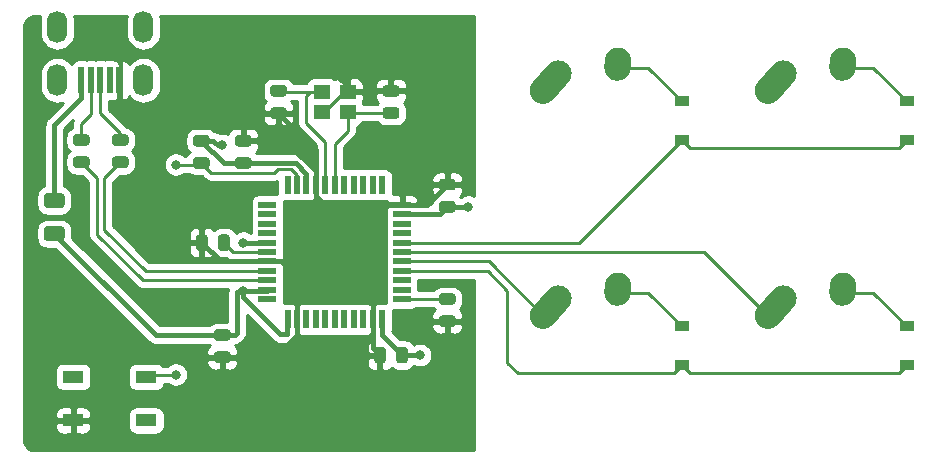
<source format=gbl>
G04 #@! TF.GenerationSoftware,KiCad,Pcbnew,(5.1.6)-1*
G04 #@! TF.CreationDate,2020-06-20T22:30:41-04:00*
G04 #@! TF.ProjectId,first-keep-pcb,66697273-742d-46b6-9565-702d7063622e,rev?*
G04 #@! TF.SameCoordinates,Original*
G04 #@! TF.FileFunction,Copper,L2,Bot*
G04 #@! TF.FilePolarity,Positive*
%FSLAX46Y46*%
G04 Gerber Fmt 4.6, Leading zero omitted, Abs format (unit mm)*
G04 Created by KiCad (PCBNEW (5.1.6)-1) date 2020-06-20 22:30:41*
%MOMM*%
%LPD*%
G01*
G04 APERTURE LIST*
G04 #@! TA.AperFunction,SMDPad,CuDef*
%ADD10R,1.400000X1.200000*%
G04 #@! TD*
G04 #@! TA.AperFunction,ComponentPad*
%ADD11O,1.700000X2.700000*%
G04 #@! TD*
G04 #@! TA.AperFunction,SMDPad,CuDef*
%ADD12R,0.500000X2.250000*%
G04 #@! TD*
G04 #@! TA.AperFunction,SMDPad,CuDef*
%ADD13R,0.550000X1.500000*%
G04 #@! TD*
G04 #@! TA.AperFunction,SMDPad,CuDef*
%ADD14R,1.500000X0.550000*%
G04 #@! TD*
G04 #@! TA.AperFunction,SMDPad,CuDef*
%ADD15R,1.800000X1.100000*%
G04 #@! TD*
G04 #@! TA.AperFunction,ComponentPad*
%ADD16C,2.250000*%
G04 #@! TD*
G04 #@! TA.AperFunction,SMDPad,CuDef*
%ADD17R,1.200000X0.900000*%
G04 #@! TD*
G04 #@! TA.AperFunction,ViaPad*
%ADD18C,0.800000*%
G04 #@! TD*
G04 #@! TA.AperFunction,Conductor*
%ADD19C,0.381000*%
G04 #@! TD*
G04 #@! TA.AperFunction,Conductor*
%ADD20C,0.254000*%
G04 #@! TD*
G04 APERTURE END LIST*
D10*
G04 #@! TO.P,Y1,4*
G04 #@! TO.N,GND*
X105875000Y-66618750D03*
G04 #@! TO.P,Y1,3*
G04 #@! TO.N,Net-(C4-Pad1)*
X103675000Y-66618750D03*
G04 #@! TO.P,Y1,2*
G04 #@! TO.N,GND*
X103675000Y-68318750D03*
G04 #@! TO.P,Y1,1*
G04 #@! TO.N,Net-(C3-Pad1)*
X105875000Y-68318750D03*
G04 #@! TD*
D11*
G04 #@! TO.P,USB1,6*
G04 #@! TO.N,Net-(USB1-Pad6)*
X81281250Y-61118750D03*
X88581250Y-61118750D03*
X88581250Y-65618750D03*
X81281250Y-65618750D03*
D12*
G04 #@! TO.P,USB1,5*
G04 #@! TO.N,VCC*
X83331250Y-65618750D03*
G04 #@! TO.P,USB1,4*
G04 #@! TO.N,D-*
X84131250Y-65618750D03*
G04 #@! TO.P,USB1,3*
G04 #@! TO.N,D+*
X84931250Y-65618750D03*
G04 #@! TO.P,USB1,2*
G04 #@! TO.N,Net-(USB1-Pad2)*
X85731250Y-65618750D03*
G04 #@! TO.P,USB1,1*
G04 #@! TO.N,GND*
X86531250Y-65618750D03*
G04 #@! TD*
D13*
G04 #@! TO.P,U1,44*
G04 #@! TO.N,+5V*
X100775000Y-85868750D03*
G04 #@! TO.P,U1,43*
G04 #@! TO.N,GND*
X101575000Y-85868750D03*
G04 #@! TO.P,U1,42*
G04 #@! TO.N,Net-(U1-Pad42)*
X102375000Y-85868750D03*
G04 #@! TO.P,U1,41*
G04 #@! TO.N,Net-(U1-Pad41)*
X103175000Y-85868750D03*
G04 #@! TO.P,U1,40*
G04 #@! TO.N,Net-(U1-Pad40)*
X103975000Y-85868750D03*
G04 #@! TO.P,U1,39*
G04 #@! TO.N,Net-(U1-Pad39)*
X104775000Y-85868750D03*
G04 #@! TO.P,U1,38*
G04 #@! TO.N,Net-(U1-Pad38)*
X105575000Y-85868750D03*
G04 #@! TO.P,U1,37*
G04 #@! TO.N,Net-(U1-Pad37)*
X106375000Y-85868750D03*
G04 #@! TO.P,U1,36*
G04 #@! TO.N,Net-(U1-Pad36)*
X107175000Y-85868750D03*
G04 #@! TO.P,U1,35*
G04 #@! TO.N,GND*
X107975000Y-85868750D03*
G04 #@! TO.P,U1,34*
G04 #@! TO.N,+5V*
X108775000Y-85868750D03*
D14*
G04 #@! TO.P,U1,33*
G04 #@! TO.N,Net-(R4-Pad2)*
X110475000Y-84168750D03*
G04 #@! TO.P,U1,32*
G04 #@! TO.N,Net-(U1-Pad32)*
X110475000Y-83368750D03*
G04 #@! TO.P,U1,31*
G04 #@! TO.N,Net-(U1-Pad31)*
X110475000Y-82568750D03*
G04 #@! TO.P,U1,30*
G04 #@! TO.N,ROW1*
X110475000Y-81768750D03*
G04 #@! TO.P,U1,29*
G04 #@! TO.N,COL0*
X110475000Y-80968750D03*
G04 #@! TO.P,U1,28*
G04 #@! TO.N,COL1*
X110475000Y-80168750D03*
G04 #@! TO.P,U1,27*
G04 #@! TO.N,ROW0*
X110475000Y-79368750D03*
G04 #@! TO.P,U1,26*
G04 #@! TO.N,Net-(U1-Pad26)*
X110475000Y-78568750D03*
G04 #@! TO.P,U1,25*
G04 #@! TO.N,Net-(U1-Pad25)*
X110475000Y-77768750D03*
G04 #@! TO.P,U1,24*
G04 #@! TO.N,+5V*
X110475000Y-76968750D03*
G04 #@! TO.P,U1,23*
G04 #@! TO.N,GND*
X110475000Y-76168750D03*
D13*
G04 #@! TO.P,U1,22*
G04 #@! TO.N,Net-(U1-Pad22)*
X108775000Y-74468750D03*
G04 #@! TO.P,U1,21*
G04 #@! TO.N,Net-(U1-Pad21)*
X107975000Y-74468750D03*
G04 #@! TO.P,U1,20*
G04 #@! TO.N,Net-(U1-Pad20)*
X107175000Y-74468750D03*
G04 #@! TO.P,U1,19*
G04 #@! TO.N,Net-(U1-Pad19)*
X106375000Y-74468750D03*
G04 #@! TO.P,U1,18*
G04 #@! TO.N,Net-(U1-Pad18)*
X105575000Y-74468750D03*
G04 #@! TO.P,U1,17*
G04 #@! TO.N,Net-(C3-Pad1)*
X104775000Y-74468750D03*
G04 #@! TO.P,U1,16*
G04 #@! TO.N,Net-(C4-Pad1)*
X103975000Y-74468750D03*
G04 #@! TO.P,U1,15*
G04 #@! TO.N,GND*
X103175000Y-74468750D03*
G04 #@! TO.P,U1,14*
G04 #@! TO.N,+5V*
X102375000Y-74468750D03*
G04 #@! TO.P,U1,13*
G04 #@! TO.N,Net-(R3-Pad2)*
X101575000Y-74468750D03*
G04 #@! TO.P,U1,12*
G04 #@! TO.N,Net-(U1-Pad12)*
X100775000Y-74468750D03*
D14*
G04 #@! TO.P,U1,11*
G04 #@! TO.N,Net-(U1-Pad11)*
X99075000Y-76168750D03*
G04 #@! TO.P,U1,10*
G04 #@! TO.N,Net-(U1-Pad10)*
X99075000Y-76968750D03*
G04 #@! TO.P,U1,9*
G04 #@! TO.N,Net-(U1-Pad9)*
X99075000Y-77768750D03*
G04 #@! TO.P,U1,8*
G04 #@! TO.N,Net-(U1-Pad8)*
X99075000Y-78568750D03*
G04 #@! TO.P,U1,7*
G04 #@! TO.N,+5V*
X99075000Y-79368750D03*
G04 #@! TO.P,U1,6*
G04 #@! TO.N,Net-(C6-Pad1)*
X99075000Y-80168750D03*
G04 #@! TO.P,U1,5*
G04 #@! TO.N,GND*
X99075000Y-80968750D03*
G04 #@! TO.P,U1,4*
G04 #@! TO.N,Net-(R2-Pad1)*
X99075000Y-81768750D03*
G04 #@! TO.P,U1,3*
G04 #@! TO.N,Net-(R1-Pad1)*
X99075000Y-82568750D03*
G04 #@! TO.P,U1,2*
G04 #@! TO.N,+5V*
X99075000Y-83368750D03*
G04 #@! TO.P,U1,1*
G04 #@! TO.N,Net-(U1-Pad1)*
X99075000Y-84168750D03*
G04 #@! TD*
D15*
G04 #@! TO.P,SW1,4*
G04 #@! TO.N,N/C*
X88825000Y-94433000D03*
G04 #@! TO.P,SW1,3*
X82625000Y-90733000D03*
G04 #@! TO.P,SW1,2*
G04 #@! TO.N,Net-(R3-Pad2)*
X88825000Y-90733000D03*
G04 #@! TO.P,SW1,1*
G04 #@! TO.N,GND*
X82625000Y-94433000D03*
G04 #@! TD*
G04 #@! TO.P,R4,2*
G04 #@! TO.N,Net-(R4-Pad2)*
G04 #@! TA.AperFunction,SMDPad,CuDef*
G36*
G01*
X114756250Y-84640000D02*
X113843750Y-84640000D01*
G75*
G02*
X113600000Y-84396250I0J243750D01*
G01*
X113600000Y-83908750D01*
G75*
G02*
X113843750Y-83665000I243750J0D01*
G01*
X114756250Y-83665000D01*
G75*
G02*
X115000000Y-83908750I0J-243750D01*
G01*
X115000000Y-84396250D01*
G75*
G02*
X114756250Y-84640000I-243750J0D01*
G01*
G37*
G04 #@! TD.AperFunction*
G04 #@! TO.P,R4,1*
G04 #@! TO.N,GND*
G04 #@! TA.AperFunction,SMDPad,CuDef*
G36*
G01*
X114756250Y-86515000D02*
X113843750Y-86515000D01*
G75*
G02*
X113600000Y-86271250I0J243750D01*
G01*
X113600000Y-85783750D01*
G75*
G02*
X113843750Y-85540000I243750J0D01*
G01*
X114756250Y-85540000D01*
G75*
G02*
X115000000Y-85783750I0J-243750D01*
G01*
X115000000Y-86271250D01*
G75*
G02*
X114756250Y-86515000I-243750J0D01*
G01*
G37*
G04 #@! TD.AperFunction*
G04 #@! TD*
G04 #@! TO.P,R3,2*
G04 #@! TO.N,Net-(R3-Pad2)*
G04 #@! TA.AperFunction,SMDPad,CuDef*
G36*
G01*
X93015750Y-72141500D02*
X93928250Y-72141500D01*
G75*
G02*
X94172000Y-72385250I0J-243750D01*
G01*
X94172000Y-72872750D01*
G75*
G02*
X93928250Y-73116500I-243750J0D01*
G01*
X93015750Y-73116500D01*
G75*
G02*
X92772000Y-72872750I0J243750D01*
G01*
X92772000Y-72385250D01*
G75*
G02*
X93015750Y-72141500I243750J0D01*
G01*
G37*
G04 #@! TD.AperFunction*
G04 #@! TO.P,R3,1*
G04 #@! TO.N,+5V*
G04 #@! TA.AperFunction,SMDPad,CuDef*
G36*
G01*
X93015750Y-70266500D02*
X93928250Y-70266500D01*
G75*
G02*
X94172000Y-70510250I0J-243750D01*
G01*
X94172000Y-70997750D01*
G75*
G02*
X93928250Y-71241500I-243750J0D01*
G01*
X93015750Y-71241500D01*
G75*
G02*
X92772000Y-70997750I0J243750D01*
G01*
X92772000Y-70510250D01*
G75*
G02*
X93015750Y-70266500I243750J0D01*
G01*
G37*
G04 #@! TD.AperFunction*
G04 #@! TD*
G04 #@! TO.P,R2,2*
G04 #@! TO.N,D+*
G04 #@! TA.AperFunction,SMDPad,CuDef*
G36*
G01*
X87070250Y-71178000D02*
X86157750Y-71178000D01*
G75*
G02*
X85914000Y-70934250I0J243750D01*
G01*
X85914000Y-70446750D01*
G75*
G02*
X86157750Y-70203000I243750J0D01*
G01*
X87070250Y-70203000D01*
G75*
G02*
X87314000Y-70446750I0J-243750D01*
G01*
X87314000Y-70934250D01*
G75*
G02*
X87070250Y-71178000I-243750J0D01*
G01*
G37*
G04 #@! TD.AperFunction*
G04 #@! TO.P,R2,1*
G04 #@! TO.N,Net-(R2-Pad1)*
G04 #@! TA.AperFunction,SMDPad,CuDef*
G36*
G01*
X87070250Y-73053000D02*
X86157750Y-73053000D01*
G75*
G02*
X85914000Y-72809250I0J243750D01*
G01*
X85914000Y-72321750D01*
G75*
G02*
X86157750Y-72078000I243750J0D01*
G01*
X87070250Y-72078000D01*
G75*
G02*
X87314000Y-72321750I0J-243750D01*
G01*
X87314000Y-72809250D01*
G75*
G02*
X87070250Y-73053000I-243750J0D01*
G01*
G37*
G04 #@! TD.AperFunction*
G04 #@! TD*
G04 #@! TO.P,R1,2*
G04 #@! TO.N,D-*
G04 #@! TA.AperFunction,SMDPad,CuDef*
G36*
G01*
X83768250Y-71178000D02*
X82855750Y-71178000D01*
G75*
G02*
X82612000Y-70934250I0J243750D01*
G01*
X82612000Y-70446750D01*
G75*
G02*
X82855750Y-70203000I243750J0D01*
G01*
X83768250Y-70203000D01*
G75*
G02*
X84012000Y-70446750I0J-243750D01*
G01*
X84012000Y-70934250D01*
G75*
G02*
X83768250Y-71178000I-243750J0D01*
G01*
G37*
G04 #@! TD.AperFunction*
G04 #@! TO.P,R1,1*
G04 #@! TO.N,Net-(R1-Pad1)*
G04 #@! TA.AperFunction,SMDPad,CuDef*
G36*
G01*
X83768250Y-73053000D02*
X82855750Y-73053000D01*
G75*
G02*
X82612000Y-72809250I0J243750D01*
G01*
X82612000Y-72321750D01*
G75*
G02*
X82855750Y-72078000I243750J0D01*
G01*
X83768250Y-72078000D01*
G75*
G02*
X84012000Y-72321750I0J-243750D01*
G01*
X84012000Y-72809250D01*
G75*
G02*
X83768250Y-73053000I-243750J0D01*
G01*
G37*
G04 #@! TD.AperFunction*
G04 #@! TD*
D16*
G04 #@! TO.P,MX4,1*
G04 #@! TO.N,COL1*
X142756250Y-84106250D03*
G04 #@! TA.AperFunction,ComponentPad*
G36*
G01*
X140694933Y-86403595D02*
X140694933Y-86403595D01*
G75*
G02*
X140608905Y-84814933I751317J837345D01*
G01*
X141918907Y-83354933D01*
G75*
G02*
X143507569Y-83268905I837345J-751317D01*
G01*
X143507569Y-83268905D01*
G75*
G02*
X143593597Y-84857567I-751317J-837345D01*
G01*
X142283595Y-86317567D01*
G75*
G02*
X140694933Y-86403595I-837345J751317D01*
G01*
G37*
G04 #@! TD.AperFunction*
G04 #@! TO.P,MX4,2*
G04 #@! TO.N,Net-(D4-Pad2)*
X147796250Y-83026250D03*
G04 #@! TA.AperFunction,ComponentPad*
G36*
G01*
X147678847Y-84728584D02*
X147678847Y-84728584D01*
G75*
G02*
X146633916Y-83528847I77403J1122334D01*
G01*
X146673916Y-82948847D01*
G75*
G02*
X147873653Y-81903916I1122334J-77403D01*
G01*
X147873653Y-81903916D01*
G75*
G02*
X148918584Y-83103653I-77403J-1122334D01*
G01*
X148878584Y-83683653D01*
G75*
G02*
X147678847Y-84728584I-1122334J77403D01*
G01*
G37*
G04 #@! TD.AperFunction*
G04 #@! TD*
G04 #@! TO.P,MX3,1*
G04 #@! TO.N,COL1*
X142756250Y-65056250D03*
G04 #@! TA.AperFunction,ComponentPad*
G36*
G01*
X140694933Y-67353595D02*
X140694933Y-67353595D01*
G75*
G02*
X140608905Y-65764933I751317J837345D01*
G01*
X141918907Y-64304933D01*
G75*
G02*
X143507569Y-64218905I837345J-751317D01*
G01*
X143507569Y-64218905D01*
G75*
G02*
X143593597Y-65807567I-751317J-837345D01*
G01*
X142283595Y-67267567D01*
G75*
G02*
X140694933Y-67353595I-837345J751317D01*
G01*
G37*
G04 #@! TD.AperFunction*
G04 #@! TO.P,MX3,2*
G04 #@! TO.N,Net-(D3-Pad2)*
X147796250Y-63976250D03*
G04 #@! TA.AperFunction,ComponentPad*
G36*
G01*
X147678847Y-65678584D02*
X147678847Y-65678584D01*
G75*
G02*
X146633916Y-64478847I77403J1122334D01*
G01*
X146673916Y-63898847D01*
G75*
G02*
X147873653Y-62853916I1122334J-77403D01*
G01*
X147873653Y-62853916D01*
G75*
G02*
X148918584Y-64053653I-77403J-1122334D01*
G01*
X148878584Y-64633653D01*
G75*
G02*
X147678847Y-65678584I-1122334J77403D01*
G01*
G37*
G04 #@! TD.AperFunction*
G04 #@! TD*
G04 #@! TO.P,MX2,1*
G04 #@! TO.N,COL0*
X123706250Y-84106250D03*
G04 #@! TA.AperFunction,ComponentPad*
G36*
G01*
X121644933Y-86403595D02*
X121644933Y-86403595D01*
G75*
G02*
X121558905Y-84814933I751317J837345D01*
G01*
X122868907Y-83354933D01*
G75*
G02*
X124457569Y-83268905I837345J-751317D01*
G01*
X124457569Y-83268905D01*
G75*
G02*
X124543597Y-84857567I-751317J-837345D01*
G01*
X123233595Y-86317567D01*
G75*
G02*
X121644933Y-86403595I-837345J751317D01*
G01*
G37*
G04 #@! TD.AperFunction*
G04 #@! TO.P,MX2,2*
G04 #@! TO.N,Net-(D2-Pad2)*
X128746250Y-83026250D03*
G04 #@! TA.AperFunction,ComponentPad*
G36*
G01*
X128628847Y-84728584D02*
X128628847Y-84728584D01*
G75*
G02*
X127583916Y-83528847I77403J1122334D01*
G01*
X127623916Y-82948847D01*
G75*
G02*
X128823653Y-81903916I1122334J-77403D01*
G01*
X128823653Y-81903916D01*
G75*
G02*
X129868584Y-83103653I-77403J-1122334D01*
G01*
X129828584Y-83683653D01*
G75*
G02*
X128628847Y-84728584I-1122334J77403D01*
G01*
G37*
G04 #@! TD.AperFunction*
G04 #@! TD*
G04 #@! TO.P,MX1,1*
G04 #@! TO.N,COL0*
X123706250Y-65056250D03*
G04 #@! TA.AperFunction,ComponentPad*
G36*
G01*
X121644933Y-67353595D02*
X121644933Y-67353595D01*
G75*
G02*
X121558905Y-65764933I751317J837345D01*
G01*
X122868907Y-64304933D01*
G75*
G02*
X124457569Y-64218905I837345J-751317D01*
G01*
X124457569Y-64218905D01*
G75*
G02*
X124543597Y-65807567I-751317J-837345D01*
G01*
X123233595Y-67267567D01*
G75*
G02*
X121644933Y-67353595I-837345J751317D01*
G01*
G37*
G04 #@! TD.AperFunction*
G04 #@! TO.P,MX1,2*
G04 #@! TO.N,Net-(D1-Pad2)*
X128746250Y-63976250D03*
G04 #@! TA.AperFunction,ComponentPad*
G36*
G01*
X128628847Y-65678584D02*
X128628847Y-65678584D01*
G75*
G02*
X127583916Y-64478847I77403J1122334D01*
G01*
X127623916Y-63898847D01*
G75*
G02*
X128823653Y-62853916I1122334J-77403D01*
G01*
X128823653Y-62853916D01*
G75*
G02*
X129868584Y-64053653I-77403J-1122334D01*
G01*
X129828584Y-64633653D01*
G75*
G02*
X128628847Y-65678584I-1122334J77403D01*
G01*
G37*
G04 #@! TD.AperFunction*
G04 #@! TD*
G04 #@! TO.P,F1,2*
G04 #@! TO.N,VCC*
G04 #@! TA.AperFunction,SMDPad,CuDef*
G36*
G01*
X81651000Y-76441000D02*
X80401000Y-76441000D01*
G75*
G02*
X80151000Y-76191000I0J250000D01*
G01*
X80151000Y-75441000D01*
G75*
G02*
X80401000Y-75191000I250000J0D01*
G01*
X81651000Y-75191000D01*
G75*
G02*
X81901000Y-75441000I0J-250000D01*
G01*
X81901000Y-76191000D01*
G75*
G02*
X81651000Y-76441000I-250000J0D01*
G01*
G37*
G04 #@! TD.AperFunction*
G04 #@! TO.P,F1,1*
G04 #@! TO.N,+5V*
G04 #@! TA.AperFunction,SMDPad,CuDef*
G36*
G01*
X81651000Y-79241000D02*
X80401000Y-79241000D01*
G75*
G02*
X80151000Y-78991000I0J250000D01*
G01*
X80151000Y-78241000D01*
G75*
G02*
X80401000Y-77991000I250000J0D01*
G01*
X81651000Y-77991000D01*
G75*
G02*
X81901000Y-78241000I0J-250000D01*
G01*
X81901000Y-78991000D01*
G75*
G02*
X81651000Y-79241000I-250000J0D01*
G01*
G37*
G04 #@! TD.AperFunction*
G04 #@! TD*
D17*
G04 #@! TO.P,D4,2*
G04 #@! TO.N,Net-(D4-Pad2)*
X153193750Y-86456250D03*
G04 #@! TO.P,D4,1*
G04 #@! TO.N,ROW1*
X153193750Y-89756250D03*
G04 #@! TD*
G04 #@! TO.P,D3,2*
G04 #@! TO.N,Net-(D3-Pad2)*
X153193750Y-67406250D03*
G04 #@! TO.P,D3,1*
G04 #@! TO.N,ROW0*
X153193750Y-70706250D03*
G04 #@! TD*
G04 #@! TO.P,D2,2*
G04 #@! TO.N,Net-(D2-Pad2)*
X134143750Y-86456250D03*
G04 #@! TO.P,D2,1*
G04 #@! TO.N,ROW1*
X134143750Y-89756250D03*
G04 #@! TD*
G04 #@! TO.P,D1,2*
G04 #@! TO.N,Net-(D1-Pad2)*
X134143750Y-67406250D03*
G04 #@! TO.P,D1,1*
G04 #@! TO.N,ROW0*
X134143750Y-70706250D03*
G04 #@! TD*
G04 #@! TO.P,C7,2*
G04 #@! TO.N,GND*
G04 #@! TA.AperFunction,SMDPad,CuDef*
G36*
G01*
X94793750Y-88588000D02*
X95706250Y-88588000D01*
G75*
G02*
X95950000Y-88831750I0J-243750D01*
G01*
X95950000Y-89319250D01*
G75*
G02*
X95706250Y-89563000I-243750J0D01*
G01*
X94793750Y-89563000D01*
G75*
G02*
X94550000Y-89319250I0J243750D01*
G01*
X94550000Y-88831750D01*
G75*
G02*
X94793750Y-88588000I243750J0D01*
G01*
G37*
G04 #@! TD.AperFunction*
G04 #@! TO.P,C7,1*
G04 #@! TO.N,+5V*
G04 #@! TA.AperFunction,SMDPad,CuDef*
G36*
G01*
X94793750Y-86713000D02*
X95706250Y-86713000D01*
G75*
G02*
X95950000Y-86956750I0J-243750D01*
G01*
X95950000Y-87444250D01*
G75*
G02*
X95706250Y-87688000I-243750J0D01*
G01*
X94793750Y-87688000D01*
G75*
G02*
X94550000Y-87444250I0J243750D01*
G01*
X94550000Y-86956750D01*
G75*
G02*
X94793750Y-86713000I243750J0D01*
G01*
G37*
G04 #@! TD.AperFunction*
G04 #@! TD*
G04 #@! TO.P,C6,2*
G04 #@! TO.N,GND*
G04 #@! TA.AperFunction,SMDPad,CuDef*
G36*
G01*
X94006250Y-78918750D02*
X94006250Y-79831250D01*
G75*
G02*
X93762500Y-80075000I-243750J0D01*
G01*
X93275000Y-80075000D01*
G75*
G02*
X93031250Y-79831250I0J243750D01*
G01*
X93031250Y-78918750D01*
G75*
G02*
X93275000Y-78675000I243750J0D01*
G01*
X93762500Y-78675000D01*
G75*
G02*
X94006250Y-78918750I0J-243750D01*
G01*
G37*
G04 #@! TD.AperFunction*
G04 #@! TO.P,C6,1*
G04 #@! TO.N,Net-(C6-Pad1)*
G04 #@! TA.AperFunction,SMDPad,CuDef*
G36*
G01*
X95881250Y-78918750D02*
X95881250Y-79831250D01*
G75*
G02*
X95637500Y-80075000I-243750J0D01*
G01*
X95150000Y-80075000D01*
G75*
G02*
X94906250Y-79831250I0J243750D01*
G01*
X94906250Y-78918750D01*
G75*
G02*
X95150000Y-78675000I243750J0D01*
G01*
X95637500Y-78675000D01*
G75*
G02*
X95881250Y-78918750I0J-243750D01*
G01*
G37*
G04 #@! TD.AperFunction*
G04 #@! TD*
G04 #@! TO.P,C5,2*
G04 #@! TO.N,GND*
G04 #@! TA.AperFunction,SMDPad,CuDef*
G36*
G01*
X97484250Y-71241500D02*
X96571750Y-71241500D01*
G75*
G02*
X96328000Y-70997750I0J243750D01*
G01*
X96328000Y-70510250D01*
G75*
G02*
X96571750Y-70266500I243750J0D01*
G01*
X97484250Y-70266500D01*
G75*
G02*
X97728000Y-70510250I0J-243750D01*
G01*
X97728000Y-70997750D01*
G75*
G02*
X97484250Y-71241500I-243750J0D01*
G01*
G37*
G04 #@! TD.AperFunction*
G04 #@! TO.P,C5,1*
G04 #@! TO.N,+5V*
G04 #@! TA.AperFunction,SMDPad,CuDef*
G36*
G01*
X97484250Y-73116500D02*
X96571750Y-73116500D01*
G75*
G02*
X96328000Y-72872750I0J243750D01*
G01*
X96328000Y-72385250D01*
G75*
G02*
X96571750Y-72141500I243750J0D01*
G01*
X97484250Y-72141500D01*
G75*
G02*
X97728000Y-72385250I0J-243750D01*
G01*
X97728000Y-72872750D01*
G75*
G02*
X97484250Y-73116500I-243750J0D01*
G01*
G37*
G04 #@! TD.AperFunction*
G04 #@! TD*
G04 #@! TO.P,C4,2*
G04 #@! TO.N,GND*
G04 #@! TA.AperFunction,SMDPad,CuDef*
G36*
G01*
X99556250Y-67918750D02*
X100468750Y-67918750D01*
G75*
G02*
X100712500Y-68162500I0J-243750D01*
G01*
X100712500Y-68650000D01*
G75*
G02*
X100468750Y-68893750I-243750J0D01*
G01*
X99556250Y-68893750D01*
G75*
G02*
X99312500Y-68650000I0J243750D01*
G01*
X99312500Y-68162500D01*
G75*
G02*
X99556250Y-67918750I243750J0D01*
G01*
G37*
G04 #@! TD.AperFunction*
G04 #@! TO.P,C4,1*
G04 #@! TO.N,Net-(C4-Pad1)*
G04 #@! TA.AperFunction,SMDPad,CuDef*
G36*
G01*
X99556250Y-66043750D02*
X100468750Y-66043750D01*
G75*
G02*
X100712500Y-66287500I0J-243750D01*
G01*
X100712500Y-66775000D01*
G75*
G02*
X100468750Y-67018750I-243750J0D01*
G01*
X99556250Y-67018750D01*
G75*
G02*
X99312500Y-66775000I0J243750D01*
G01*
X99312500Y-66287500D01*
G75*
G02*
X99556250Y-66043750I243750J0D01*
G01*
G37*
G04 #@! TD.AperFunction*
G04 #@! TD*
G04 #@! TO.P,C3,2*
G04 #@! TO.N,GND*
G04 #@! TA.AperFunction,SMDPad,CuDef*
G36*
G01*
X109993750Y-67018750D02*
X109081250Y-67018750D01*
G75*
G02*
X108837500Y-66775000I0J243750D01*
G01*
X108837500Y-66287500D01*
G75*
G02*
X109081250Y-66043750I243750J0D01*
G01*
X109993750Y-66043750D01*
G75*
G02*
X110237500Y-66287500I0J-243750D01*
G01*
X110237500Y-66775000D01*
G75*
G02*
X109993750Y-67018750I-243750J0D01*
G01*
G37*
G04 #@! TD.AperFunction*
G04 #@! TO.P,C3,1*
G04 #@! TO.N,Net-(C3-Pad1)*
G04 #@! TA.AperFunction,SMDPad,CuDef*
G36*
G01*
X109993750Y-68893750D02*
X109081250Y-68893750D01*
G75*
G02*
X108837500Y-68650000I0J243750D01*
G01*
X108837500Y-68162500D01*
G75*
G02*
X109081250Y-67918750I243750J0D01*
G01*
X109993750Y-67918750D01*
G75*
G02*
X110237500Y-68162500I0J-243750D01*
G01*
X110237500Y-68650000D01*
G75*
G02*
X109993750Y-68893750I-243750J0D01*
G01*
G37*
G04 #@! TD.AperFunction*
G04 #@! TD*
G04 #@! TO.P,C2,2*
G04 #@! TO.N,GND*
G04 #@! TA.AperFunction,SMDPad,CuDef*
G36*
G01*
X109087500Y-88443750D02*
X109087500Y-89356250D01*
G75*
G02*
X108843750Y-89600000I-243750J0D01*
G01*
X108356250Y-89600000D01*
G75*
G02*
X108112500Y-89356250I0J243750D01*
G01*
X108112500Y-88443750D01*
G75*
G02*
X108356250Y-88200000I243750J0D01*
G01*
X108843750Y-88200000D01*
G75*
G02*
X109087500Y-88443750I0J-243750D01*
G01*
G37*
G04 #@! TD.AperFunction*
G04 #@! TO.P,C2,1*
G04 #@! TO.N,+5V*
G04 #@! TA.AperFunction,SMDPad,CuDef*
G36*
G01*
X110962500Y-88443750D02*
X110962500Y-89356250D01*
G75*
G02*
X110718750Y-89600000I-243750J0D01*
G01*
X110231250Y-89600000D01*
G75*
G02*
X109987500Y-89356250I0J243750D01*
G01*
X109987500Y-88443750D01*
G75*
G02*
X110231250Y-88200000I243750J0D01*
G01*
X110718750Y-88200000D01*
G75*
G02*
X110962500Y-88443750I0J-243750D01*
G01*
G37*
G04 #@! TD.AperFunction*
G04 #@! TD*
G04 #@! TO.P,C1,2*
G04 #@! TO.N,GND*
G04 #@! TA.AperFunction,SMDPad,CuDef*
G36*
G01*
X114756250Y-74956250D02*
X113843750Y-74956250D01*
G75*
G02*
X113600000Y-74712500I0J243750D01*
G01*
X113600000Y-74225000D01*
G75*
G02*
X113843750Y-73981250I243750J0D01*
G01*
X114756250Y-73981250D01*
G75*
G02*
X115000000Y-74225000I0J-243750D01*
G01*
X115000000Y-74712500D01*
G75*
G02*
X114756250Y-74956250I-243750J0D01*
G01*
G37*
G04 #@! TD.AperFunction*
G04 #@! TO.P,C1,1*
G04 #@! TO.N,+5V*
G04 #@! TA.AperFunction,SMDPad,CuDef*
G36*
G01*
X114756250Y-76831250D02*
X113843750Y-76831250D01*
G75*
G02*
X113600000Y-76587500I0J243750D01*
G01*
X113600000Y-76100000D01*
G75*
G02*
X113843750Y-75856250I243750J0D01*
G01*
X114756250Y-75856250D01*
G75*
G02*
X115000000Y-76100000I0J-243750D01*
G01*
X115000000Y-76587500D01*
G75*
G02*
X114756250Y-76831250I-243750J0D01*
G01*
G37*
G04 #@! TD.AperFunction*
G04 #@! TD*
D18*
G04 #@! TO.N,+5V*
X116078000Y-76327000D03*
X112014000Y-88900000D03*
X95250000Y-71120000D03*
X97028000Y-79375000D03*
X97028000Y-83439000D03*
G04 #@! TO.N,Net-(R3-Pad2)*
X91313000Y-90551000D03*
X91313000Y-72771000D03*
G04 #@! TD*
D19*
G04 #@! TO.N,GND*
X104902000Y-65151000D02*
X105875000Y-66124000D01*
X100012500Y-68406250D02*
X98505250Y-68406250D01*
X98806000Y-65151000D02*
X104902000Y-65151000D01*
X105875000Y-66124000D02*
X105875000Y-66618750D01*
X98505250Y-68406250D02*
X98171000Y-68072000D01*
X98171000Y-68072000D02*
X98171000Y-65786000D01*
X98171000Y-65786000D02*
X98806000Y-65151000D01*
X105962500Y-66531250D02*
X105875000Y-66618750D01*
X109537500Y-66531250D02*
X105962500Y-66531250D01*
X103977902Y-68318750D02*
X103675000Y-68318750D01*
X105875000Y-66618750D02*
X105677902Y-66618750D01*
X103175000Y-73337750D02*
X103175000Y-74468750D01*
X100591250Y-70754000D02*
X103175000Y-73337750D01*
X97028000Y-70754000D02*
X100591250Y-70754000D01*
X103175000Y-71568750D02*
X103175000Y-74468750D01*
X100012500Y-68406250D02*
X103175000Y-71568750D01*
X103872098Y-68318750D02*
X103675000Y-68318750D01*
D20*
X105572098Y-66618750D02*
X103872098Y-68318750D01*
D19*
X105875000Y-66618750D02*
X105572098Y-66618750D01*
X103175000Y-75396652D02*
X106137348Y-78359000D01*
X103175000Y-74468750D02*
X103175000Y-75396652D01*
X108327598Y-76168750D02*
X110475000Y-76168750D01*
X106137348Y-78359000D02*
X108327598Y-76168750D01*
X106137348Y-78359000D02*
X106137348Y-82769348D01*
X107975000Y-84607000D02*
X107975000Y-85868750D01*
X106137348Y-82769348D02*
X107975000Y-84607000D01*
X100206000Y-80968750D02*
X99075000Y-80968750D01*
X101575000Y-82337750D02*
X100206000Y-80968750D01*
X101575000Y-85868750D02*
X101575000Y-82337750D01*
X105705750Y-82337750D02*
X106137348Y-82769348D01*
X101575000Y-82337750D02*
X105705750Y-82337750D01*
X107975000Y-88275000D02*
X108600000Y-88900000D01*
X107975000Y-85868750D02*
X107975000Y-88275000D01*
X109855000Y-91567000D02*
X108600000Y-90312000D01*
X111760000Y-91567000D02*
X109855000Y-91567000D01*
X114300000Y-86027500D02*
X114300000Y-89027000D01*
X108600000Y-90312000D02*
X108600000Y-88900000D01*
X114300000Y-89027000D02*
X111760000Y-91567000D01*
X112600000Y-76168750D02*
X114300000Y-74468750D01*
X110475000Y-76168750D02*
X112600000Y-76168750D01*
X101575000Y-87206672D02*
X101575000Y-85868750D01*
X99706172Y-89075500D02*
X101575000Y-87206672D01*
X95250000Y-89075500D02*
X99706172Y-89075500D01*
X95250000Y-89075500D02*
X80947500Y-89075500D01*
X80947500Y-89075500D02*
X79502000Y-90521000D01*
X79502000Y-90521000D02*
X79502000Y-93218000D01*
X80717000Y-94433000D02*
X82625000Y-94433000D01*
X79502000Y-93218000D02*
X80717000Y-94433000D01*
X95112500Y-80968750D02*
X99075000Y-80968750D01*
X93518750Y-79375000D02*
X95112500Y-80968750D01*
X90874750Y-80968750D02*
X99075000Y-80968750D01*
X89789000Y-70739000D02*
X89789000Y-79883000D01*
X89789000Y-79883000D02*
X90874750Y-80968750D01*
X86531250Y-65618750D02*
X86531250Y-67481250D01*
X86531250Y-67481250D02*
X89789000Y-70739000D01*
G04 #@! TO.N,+5V*
X102375000Y-73540848D02*
X102375000Y-74468750D01*
X101463152Y-72629000D02*
X102375000Y-73540848D01*
X97028000Y-72629000D02*
X101463152Y-72629000D01*
X108775000Y-87200000D02*
X110475000Y-88900000D01*
X108775000Y-85868750D02*
X108775000Y-87200000D01*
X113675000Y-76968750D02*
X114300000Y-76343750D01*
X110475000Y-76968750D02*
X113675000Y-76968750D01*
X114300000Y-76343750D02*
X116061250Y-76343750D01*
X116061250Y-76343750D02*
X116078000Y-76327000D01*
X112014000Y-88900000D02*
X110475000Y-88900000D01*
X89610500Y-87200500D02*
X81026000Y-78616000D01*
X95250000Y-87200500D02*
X89610500Y-87200500D01*
X93472000Y-70754000D02*
X95362000Y-72644000D01*
X97013000Y-72644000D02*
X97028000Y-72629000D01*
X95362000Y-72644000D02*
X97013000Y-72644000D01*
X95250000Y-71120000D02*
X94869000Y-71120000D01*
X94869000Y-71120000D02*
X94488000Y-70739000D01*
X94473000Y-70754000D02*
X93472000Y-70754000D01*
X94488000Y-70739000D02*
X94473000Y-70754000D01*
X99068750Y-79375000D02*
X99075000Y-79368750D01*
X97028000Y-79375000D02*
X99068750Y-79375000D01*
X97028000Y-83439000D02*
X96647000Y-83439000D01*
X96647000Y-83439000D02*
X96520000Y-83566000D01*
X96520000Y-83566000D02*
X96520000Y-86995000D01*
X96314500Y-87200500D02*
X95250000Y-87200500D01*
X96520000Y-86995000D02*
X96314500Y-87200500D01*
X99004750Y-83439000D02*
X99075000Y-83368750D01*
X97028000Y-83439000D02*
X99004750Y-83439000D01*
X97028000Y-84004685D02*
X100145315Y-87122000D01*
X97028000Y-83439000D02*
X97028000Y-84004685D01*
X100145315Y-87122000D02*
X100711000Y-87122000D01*
X100711000Y-85932750D02*
X100775000Y-85868750D01*
X100711000Y-87122000D02*
X100711000Y-85932750D01*
D20*
G04 #@! TO.N,Net-(C3-Pad1)*
X104775000Y-70993000D02*
X104775000Y-74468750D01*
X105875000Y-68318750D02*
X105875000Y-69893000D01*
X105875000Y-69893000D02*
X104775000Y-70993000D01*
X105962500Y-68406250D02*
X105875000Y-68318750D01*
X109537500Y-68406250D02*
X105962500Y-68406250D01*
G04 #@! TO.N,Net-(C4-Pad1)*
X100100000Y-66618750D02*
X100012500Y-66531250D01*
X103675000Y-66618750D02*
X100100000Y-66618750D01*
X102362000Y-69215000D02*
X103975000Y-70828000D01*
X102362000Y-66977750D02*
X102362000Y-69215000D01*
X103975000Y-70828000D02*
X103975000Y-74468750D01*
X103675000Y-66618750D02*
X102721000Y-66618750D01*
X102721000Y-66618750D02*
X102362000Y-66977750D01*
G04 #@! TO.N,Net-(C6-Pad1)*
X96187500Y-80168750D02*
X99075000Y-80168750D01*
X95393750Y-79375000D02*
X96187500Y-80168750D01*
G04 #@! TO.N,Net-(D1-Pad2)*
X131293750Y-64556250D02*
X134143750Y-67406250D01*
X128706250Y-64556250D02*
X131293750Y-64556250D01*
G04 #@! TO.N,ROW0*
X152522849Y-71377151D02*
X153193750Y-70706250D01*
X134814651Y-71377151D02*
X152522849Y-71377151D01*
X134143750Y-70706250D02*
X134814651Y-71377151D01*
X125481250Y-79368750D02*
X134143750Y-70706250D01*
X110475000Y-79368750D02*
X125481250Y-79368750D01*
G04 #@! TO.N,Net-(D2-Pad2)*
X131293750Y-83606250D02*
X134143750Y-86456250D01*
X128706250Y-83606250D02*
X131293750Y-83606250D01*
G04 #@! TO.N,ROW1*
X152522849Y-90427151D02*
X153193750Y-89756250D01*
X134814651Y-90427151D02*
X152522849Y-90427151D01*
X134143750Y-89756250D02*
X134814651Y-90427151D01*
X117709750Y-81768750D02*
X119380000Y-83439000D01*
X110475000Y-81768750D02*
X117709750Y-81768750D01*
X119380000Y-83439000D02*
X119380000Y-89535000D01*
X119380000Y-89535000D02*
X120272151Y-90427151D01*
X133472849Y-90427151D02*
X134143750Y-89756250D01*
X120272151Y-90427151D02*
X133472849Y-90427151D01*
G04 #@! TO.N,Net-(D3-Pad2)*
X150343750Y-64556250D02*
X153193750Y-67406250D01*
X147756250Y-64556250D02*
X150343750Y-64556250D01*
G04 #@! TO.N,Net-(D4-Pad2)*
X150343750Y-83606250D02*
X153193750Y-86456250D01*
X147756250Y-83606250D02*
X150343750Y-83606250D01*
D19*
G04 #@! TO.N,VCC*
X83331250Y-67124750D02*
X81026000Y-69430000D01*
X81026000Y-69430000D02*
X81026000Y-75816000D01*
X83331250Y-65618750D02*
X83331250Y-67124750D01*
D20*
G04 #@! TO.N,COL0*
X117798750Y-80968750D02*
X122396250Y-85566250D01*
X110475000Y-80968750D02*
X117798750Y-80968750D01*
G04 #@! TO.N,COL1*
X136048750Y-80168750D02*
X141446250Y-85566250D01*
X110475000Y-80168750D02*
X136048750Y-80168750D01*
G04 #@! TO.N,D-*
X84131250Y-65618750D02*
X84131250Y-68522750D01*
X83312000Y-69342000D02*
X83312000Y-70690500D01*
X84131250Y-68522750D02*
X83312000Y-69342000D01*
G04 #@! TO.N,Net-(R1-Pad1)*
X88537750Y-82568750D02*
X99075000Y-82568750D01*
X84660500Y-78691500D02*
X88537750Y-82568750D01*
X83312000Y-72565500D02*
X84660500Y-73914000D01*
X84660500Y-73914000D02*
X84660500Y-78691500D01*
G04 #@! TO.N,D+*
X84931250Y-65618750D02*
X84931250Y-68421250D01*
X86614000Y-70104000D02*
X86614000Y-70690500D01*
X84931250Y-68421250D02*
X86614000Y-70104000D01*
G04 #@! TO.N,Net-(R2-Pad1)*
X86614000Y-72565500D02*
X85265500Y-73914000D01*
X85265500Y-73914000D02*
X85265500Y-78280500D01*
X88753750Y-81768750D02*
X99075000Y-81768750D01*
X85265500Y-78280500D02*
X88753750Y-81768750D01*
G04 #@! TO.N,Net-(R3-Pad2)*
X89007000Y-90551000D02*
X88825000Y-90733000D01*
X91313000Y-90551000D02*
X89007000Y-90551000D01*
X94300149Y-73457149D02*
X99643851Y-73457149D01*
X93472000Y-72629000D02*
X94300149Y-73457149D01*
X99643851Y-73457149D02*
X99949000Y-73152000D01*
X99949000Y-73152000D02*
X101092000Y-73152000D01*
X101575000Y-73635000D02*
X101575000Y-74468750D01*
X101092000Y-73152000D02*
X101575000Y-73635000D01*
X93330000Y-72771000D02*
X93472000Y-72629000D01*
X91313000Y-72771000D02*
X93330000Y-72771000D01*
G04 #@! TO.N,Net-(R4-Pad2)*
X110491250Y-84152500D02*
X110475000Y-84168750D01*
X114300000Y-84152500D02*
X110491250Y-84152500D01*
G04 #@! TD*
G04 #@! TO.N,GND*
G36*
X79817737Y-60327639D02*
G01*
X79796250Y-60545800D01*
X79796250Y-61691699D01*
X79817737Y-61909860D01*
X79902651Y-62189783D01*
X80040544Y-62447763D01*
X80226116Y-62673884D01*
X80452236Y-62859456D01*
X80710216Y-62997349D01*
X80990139Y-63082263D01*
X81281250Y-63110935D01*
X81572360Y-63082263D01*
X81852283Y-62997349D01*
X82110263Y-62859456D01*
X82336384Y-62673884D01*
X82521956Y-62447764D01*
X82659849Y-62189784D01*
X82744763Y-61909861D01*
X82766250Y-61691700D01*
X82766250Y-60545800D01*
X82744763Y-60327639D01*
X82703390Y-60191250D01*
X87159110Y-60191250D01*
X87117737Y-60327639D01*
X87096250Y-60545800D01*
X87096250Y-61691699D01*
X87117737Y-61909860D01*
X87202651Y-62189783D01*
X87340544Y-62447763D01*
X87526116Y-62673884D01*
X87752236Y-62859456D01*
X88010216Y-62997349D01*
X88290139Y-63082263D01*
X88581250Y-63110935D01*
X88872360Y-63082263D01*
X89152283Y-62997349D01*
X89410263Y-62859456D01*
X89636384Y-62673884D01*
X89821956Y-62447764D01*
X89959849Y-62189784D01*
X90044763Y-61909861D01*
X90066250Y-61691700D01*
X90066250Y-60545800D01*
X90044763Y-60327639D01*
X90003390Y-60191250D01*
X116586000Y-60191250D01*
X116586000Y-75421651D01*
X116568256Y-75409795D01*
X116379898Y-75331774D01*
X116179939Y-75292000D01*
X115976061Y-75292000D01*
X115776102Y-75331774D01*
X115587744Y-75409795D01*
X115425429Y-75518250D01*
X115414090Y-75518250D01*
X115379792Y-75476458D01*
X115373436Y-75471242D01*
X115451185Y-75407435D01*
X115530537Y-75310744D01*
X115589502Y-75200430D01*
X115625812Y-75080732D01*
X115638072Y-74956250D01*
X115635000Y-74754500D01*
X115476250Y-74595750D01*
X114427000Y-74595750D01*
X114427000Y-74615750D01*
X114173000Y-74615750D01*
X114173000Y-74595750D01*
X113123750Y-74595750D01*
X112965000Y-74754500D01*
X112961928Y-74956250D01*
X112974188Y-75080732D01*
X113010498Y-75200430D01*
X113069463Y-75310744D01*
X113148815Y-75407435D01*
X113226564Y-75471242D01*
X113220208Y-75476458D01*
X113110542Y-75610086D01*
X113029053Y-75762541D01*
X112978872Y-75927965D01*
X112961928Y-76100000D01*
X112961928Y-76143250D01*
X111860000Y-76143250D01*
X111860000Y-76041748D01*
X111701252Y-76041748D01*
X111860000Y-75883000D01*
X111850177Y-75766119D01*
X111813265Y-75646605D01*
X111753746Y-75536589D01*
X111673908Y-75440299D01*
X111576818Y-75361434D01*
X111466208Y-75303026D01*
X111346329Y-75267320D01*
X111221787Y-75255686D01*
X110760750Y-75258750D01*
X110602000Y-75417500D01*
X110602000Y-76041750D01*
X110622000Y-76041750D01*
X110622000Y-76055678D01*
X109725000Y-76055678D01*
X109600518Y-76067938D01*
X109480820Y-76104248D01*
X109370506Y-76163213D01*
X109273815Y-76242565D01*
X109194463Y-76339256D01*
X109182083Y-76362417D01*
X109090000Y-76454500D01*
X109099546Y-76568087D01*
X109099188Y-76569268D01*
X109086928Y-76693750D01*
X109086928Y-77243750D01*
X109099188Y-77368232D01*
X109099345Y-77368750D01*
X109099188Y-77369268D01*
X109086928Y-77493750D01*
X109086928Y-78043750D01*
X109099188Y-78168232D01*
X109099345Y-78168750D01*
X109099188Y-78169268D01*
X109086928Y-78293750D01*
X109086928Y-78843750D01*
X109099188Y-78968232D01*
X109099345Y-78968750D01*
X109099188Y-78969268D01*
X109086928Y-79093750D01*
X109086928Y-79643750D01*
X109099188Y-79768232D01*
X109099345Y-79768750D01*
X109099188Y-79769268D01*
X109086928Y-79893750D01*
X109086928Y-80443750D01*
X109099188Y-80568232D01*
X109099345Y-80568750D01*
X109099188Y-80569268D01*
X109086928Y-80693750D01*
X109086928Y-81243750D01*
X109099188Y-81368232D01*
X109099345Y-81368750D01*
X109099188Y-81369268D01*
X109086928Y-81493750D01*
X109086928Y-82043750D01*
X109099188Y-82168232D01*
X109099345Y-82168750D01*
X109099188Y-82169268D01*
X109086928Y-82293750D01*
X109086928Y-82843750D01*
X109099188Y-82968232D01*
X109099345Y-82968750D01*
X109099188Y-82969268D01*
X109086928Y-83093750D01*
X109086928Y-83643750D01*
X109099188Y-83768232D01*
X109099345Y-83768750D01*
X109099188Y-83769268D01*
X109086928Y-83893750D01*
X109086928Y-84443750D01*
X109090962Y-84484712D01*
X109050000Y-84480678D01*
X108500000Y-84480678D01*
X108375518Y-84492938D01*
X108374337Y-84493296D01*
X108260750Y-84483750D01*
X108168667Y-84575833D01*
X108145506Y-84588213D01*
X108048815Y-84667565D01*
X107975000Y-84757509D01*
X107901185Y-84667565D01*
X107804494Y-84588213D01*
X107781333Y-84575833D01*
X107689250Y-84483750D01*
X107575663Y-84493296D01*
X107574482Y-84492938D01*
X107450000Y-84480678D01*
X106900000Y-84480678D01*
X106775518Y-84492938D01*
X106775000Y-84493095D01*
X106774482Y-84492938D01*
X106650000Y-84480678D01*
X106100000Y-84480678D01*
X105975518Y-84492938D01*
X105975000Y-84493095D01*
X105974482Y-84492938D01*
X105850000Y-84480678D01*
X105300000Y-84480678D01*
X105175518Y-84492938D01*
X105175000Y-84493095D01*
X105174482Y-84492938D01*
X105050000Y-84480678D01*
X104500000Y-84480678D01*
X104375518Y-84492938D01*
X104375000Y-84493095D01*
X104374482Y-84492938D01*
X104250000Y-84480678D01*
X103700000Y-84480678D01*
X103575518Y-84492938D01*
X103575000Y-84493095D01*
X103574482Y-84492938D01*
X103450000Y-84480678D01*
X102900000Y-84480678D01*
X102775518Y-84492938D01*
X102775000Y-84493095D01*
X102774482Y-84492938D01*
X102650000Y-84480678D01*
X102100000Y-84480678D01*
X101975518Y-84492938D01*
X101974337Y-84493296D01*
X101860750Y-84483750D01*
X101768667Y-84575833D01*
X101745506Y-84588213D01*
X101648815Y-84667565D01*
X101575000Y-84757509D01*
X101501185Y-84667565D01*
X101404494Y-84588213D01*
X101381333Y-84575833D01*
X101289250Y-84483750D01*
X101175663Y-84493296D01*
X101174482Y-84492938D01*
X101050000Y-84480678D01*
X100500000Y-84480678D01*
X100459038Y-84484712D01*
X100463072Y-84443750D01*
X100463072Y-83893750D01*
X100450812Y-83769268D01*
X100450655Y-83768750D01*
X100450812Y-83768232D01*
X100463072Y-83643750D01*
X100463072Y-83093750D01*
X100450812Y-82969268D01*
X100450655Y-82968750D01*
X100450812Y-82968232D01*
X100463072Y-82843750D01*
X100463072Y-82293750D01*
X100450812Y-82169268D01*
X100450655Y-82168750D01*
X100450812Y-82168232D01*
X100463072Y-82043750D01*
X100463072Y-81493750D01*
X100450812Y-81369268D01*
X100450454Y-81368087D01*
X100460000Y-81254500D01*
X100367917Y-81162417D01*
X100355537Y-81139256D01*
X100276185Y-81042565D01*
X100186241Y-80968750D01*
X100276185Y-80894935D01*
X100355537Y-80798244D01*
X100367917Y-80775083D01*
X100460000Y-80683000D01*
X100450454Y-80569413D01*
X100450812Y-80568232D01*
X100463072Y-80443750D01*
X100463072Y-79893750D01*
X100450812Y-79769268D01*
X100450655Y-79768750D01*
X100450812Y-79768232D01*
X100463072Y-79643750D01*
X100463072Y-79093750D01*
X100450812Y-78969268D01*
X100450655Y-78968750D01*
X100450812Y-78968232D01*
X100463072Y-78843750D01*
X100463072Y-78293750D01*
X100450812Y-78169268D01*
X100450655Y-78168750D01*
X100450812Y-78168232D01*
X100463072Y-78043750D01*
X100463072Y-77493750D01*
X100450812Y-77369268D01*
X100450655Y-77368750D01*
X100450812Y-77368232D01*
X100463072Y-77243750D01*
X100463072Y-76693750D01*
X100450812Y-76569268D01*
X100450655Y-76568750D01*
X100450812Y-76568232D01*
X100463072Y-76443750D01*
X100463072Y-75893750D01*
X100459038Y-75852788D01*
X100500000Y-75856822D01*
X101050000Y-75856822D01*
X101174482Y-75844562D01*
X101175000Y-75844405D01*
X101175518Y-75844562D01*
X101300000Y-75856822D01*
X101850000Y-75856822D01*
X101974482Y-75844562D01*
X101975000Y-75844405D01*
X101975518Y-75844562D01*
X102100000Y-75856822D01*
X102650000Y-75856822D01*
X102774482Y-75844562D01*
X102775663Y-75844204D01*
X102889250Y-75853750D01*
X102981333Y-75761667D01*
X103004494Y-75749287D01*
X103101185Y-75669935D01*
X103175000Y-75579991D01*
X103248815Y-75669935D01*
X103345506Y-75749287D01*
X103368667Y-75761667D01*
X103460750Y-75853750D01*
X103574337Y-75844204D01*
X103575518Y-75844562D01*
X103700000Y-75856822D01*
X104250000Y-75856822D01*
X104374482Y-75844562D01*
X104375000Y-75844405D01*
X104375518Y-75844562D01*
X104500000Y-75856822D01*
X105050000Y-75856822D01*
X105174482Y-75844562D01*
X105175000Y-75844405D01*
X105175518Y-75844562D01*
X105300000Y-75856822D01*
X105850000Y-75856822D01*
X105974482Y-75844562D01*
X105975000Y-75844405D01*
X105975518Y-75844562D01*
X106100000Y-75856822D01*
X106650000Y-75856822D01*
X106774482Y-75844562D01*
X106775000Y-75844405D01*
X106775518Y-75844562D01*
X106900000Y-75856822D01*
X107450000Y-75856822D01*
X107574482Y-75844562D01*
X107575000Y-75844405D01*
X107575518Y-75844562D01*
X107700000Y-75856822D01*
X108250000Y-75856822D01*
X108374482Y-75844562D01*
X108375000Y-75844405D01*
X108375518Y-75844562D01*
X108500000Y-75856822D01*
X109050000Y-75856822D01*
X109092552Y-75852631D01*
X109090000Y-75883000D01*
X109248750Y-76041750D01*
X110348000Y-76041750D01*
X110348000Y-75417500D01*
X110189250Y-75258750D01*
X109728213Y-75255686D01*
X109684028Y-75259814D01*
X109688072Y-75218750D01*
X109688072Y-73981250D01*
X112961928Y-73981250D01*
X112965000Y-74183000D01*
X113123750Y-74341750D01*
X114173000Y-74341750D01*
X114173000Y-73505000D01*
X114427000Y-73505000D01*
X114427000Y-74341750D01*
X115476250Y-74341750D01*
X115635000Y-74183000D01*
X115638072Y-73981250D01*
X115625812Y-73856768D01*
X115589502Y-73737070D01*
X115530537Y-73626756D01*
X115451185Y-73530065D01*
X115354494Y-73450713D01*
X115244180Y-73391748D01*
X115124482Y-73355438D01*
X115000000Y-73343178D01*
X114585750Y-73346250D01*
X114427000Y-73505000D01*
X114173000Y-73505000D01*
X114014250Y-73346250D01*
X113600000Y-73343178D01*
X113475518Y-73355438D01*
X113355820Y-73391748D01*
X113245506Y-73450713D01*
X113148815Y-73530065D01*
X113069463Y-73626756D01*
X113010498Y-73737070D01*
X112974188Y-73856768D01*
X112961928Y-73981250D01*
X109688072Y-73981250D01*
X109688072Y-73718750D01*
X109675812Y-73594268D01*
X109639502Y-73474570D01*
X109580537Y-73364256D01*
X109501185Y-73267565D01*
X109404494Y-73188213D01*
X109294180Y-73129248D01*
X109174482Y-73092938D01*
X109050000Y-73080678D01*
X108500000Y-73080678D01*
X108375518Y-73092938D01*
X108375000Y-73093095D01*
X108374482Y-73092938D01*
X108250000Y-73080678D01*
X107700000Y-73080678D01*
X107575518Y-73092938D01*
X107575000Y-73093095D01*
X107574482Y-73092938D01*
X107450000Y-73080678D01*
X106900000Y-73080678D01*
X106775518Y-73092938D01*
X106775000Y-73093095D01*
X106774482Y-73092938D01*
X106650000Y-73080678D01*
X106100000Y-73080678D01*
X105975518Y-73092938D01*
X105975000Y-73093095D01*
X105974482Y-73092938D01*
X105850000Y-73080678D01*
X105537000Y-73080678D01*
X105537000Y-71308630D01*
X106387352Y-70458279D01*
X106416422Y-70434422D01*
X106480490Y-70356355D01*
X106511645Y-70318393D01*
X106576876Y-70196353D01*
X106582402Y-70186015D01*
X106625974Y-70042378D01*
X106637000Y-69930426D01*
X106637000Y-69930423D01*
X106640686Y-69893000D01*
X106637000Y-69855577D01*
X106637000Y-69550716D01*
X106699482Y-69544562D01*
X106819180Y-69508252D01*
X106929494Y-69449287D01*
X107026185Y-69369935D01*
X107105537Y-69273244D01*
X107161658Y-69168250D01*
X108371297Y-69168250D01*
X108457708Y-69273542D01*
X108591336Y-69383208D01*
X108743791Y-69464697D01*
X108909215Y-69514878D01*
X109081250Y-69531822D01*
X109993750Y-69531822D01*
X110165785Y-69514878D01*
X110331209Y-69464697D01*
X110483664Y-69383208D01*
X110617292Y-69273542D01*
X110726958Y-69139914D01*
X110808447Y-68987459D01*
X110858628Y-68822035D01*
X110875572Y-68650000D01*
X110875572Y-68162500D01*
X110858628Y-67990465D01*
X110808447Y-67825041D01*
X110726958Y-67672586D01*
X110617292Y-67538958D01*
X110610936Y-67533742D01*
X110688685Y-67469935D01*
X110768037Y-67373244D01*
X110827002Y-67262930D01*
X110863312Y-67143232D01*
X110875572Y-67018750D01*
X110872500Y-66817000D01*
X110713750Y-66658250D01*
X109664500Y-66658250D01*
X109664500Y-66678250D01*
X109410500Y-66678250D01*
X109410500Y-66658250D01*
X108361250Y-66658250D01*
X108202500Y-66817000D01*
X108199428Y-67018750D01*
X108211688Y-67143232D01*
X108247998Y-67262930D01*
X108306963Y-67373244D01*
X108386315Y-67469935D01*
X108464064Y-67533742D01*
X108457708Y-67538958D01*
X108371297Y-67644250D01*
X107205735Y-67644250D01*
X107200812Y-67594268D01*
X107164502Y-67474570D01*
X107161391Y-67468750D01*
X107164502Y-67462930D01*
X107200812Y-67343232D01*
X107213072Y-67218750D01*
X107210000Y-66904500D01*
X107051250Y-66745750D01*
X106002000Y-66745750D01*
X106002000Y-66765750D01*
X105748000Y-66765750D01*
X105748000Y-66745750D01*
X105728000Y-66745750D01*
X105728000Y-66491750D01*
X105748000Y-66491750D01*
X105748000Y-65542500D01*
X106002000Y-65542500D01*
X106002000Y-66491750D01*
X107051250Y-66491750D01*
X107210000Y-66333000D01*
X107212827Y-66043750D01*
X108199428Y-66043750D01*
X108202500Y-66245500D01*
X108361250Y-66404250D01*
X109410500Y-66404250D01*
X109410500Y-65567500D01*
X109664500Y-65567500D01*
X109664500Y-66404250D01*
X110713750Y-66404250D01*
X110872500Y-66245500D01*
X110875572Y-66043750D01*
X110863312Y-65919268D01*
X110827002Y-65799570D01*
X110768037Y-65689256D01*
X110688685Y-65592565D01*
X110591994Y-65513213D01*
X110481680Y-65454248D01*
X110361982Y-65417938D01*
X110237500Y-65405678D01*
X109823250Y-65408750D01*
X109664500Y-65567500D01*
X109410500Y-65567500D01*
X109251750Y-65408750D01*
X108837500Y-65405678D01*
X108713018Y-65417938D01*
X108593320Y-65454248D01*
X108483006Y-65513213D01*
X108386315Y-65592565D01*
X108306963Y-65689256D01*
X108247998Y-65799570D01*
X108211688Y-65919268D01*
X108199428Y-66043750D01*
X107212827Y-66043750D01*
X107213072Y-66018750D01*
X107200812Y-65894268D01*
X107164502Y-65774570D01*
X107105537Y-65664256D01*
X107026185Y-65567565D01*
X106929494Y-65488213D01*
X106819180Y-65429248D01*
X106699482Y-65392938D01*
X106575000Y-65380678D01*
X106160750Y-65383750D01*
X106002000Y-65542500D01*
X105748000Y-65542500D01*
X105589250Y-65383750D01*
X105175000Y-65380678D01*
X105050518Y-65392938D01*
X104930820Y-65429248D01*
X104820506Y-65488213D01*
X104775000Y-65525559D01*
X104729494Y-65488213D01*
X104619180Y-65429248D01*
X104499482Y-65392938D01*
X104375000Y-65380678D01*
X102975000Y-65380678D01*
X102850518Y-65392938D01*
X102730820Y-65429248D01*
X102620506Y-65488213D01*
X102523815Y-65567565D01*
X102444463Y-65664256D01*
X102385498Y-65774570D01*
X102360569Y-65856750D01*
X101233582Y-65856750D01*
X101201958Y-65797586D01*
X101092292Y-65663958D01*
X100958664Y-65554292D01*
X100806209Y-65472803D01*
X100640785Y-65422622D01*
X100468750Y-65405678D01*
X99556250Y-65405678D01*
X99384215Y-65422622D01*
X99218791Y-65472803D01*
X99066336Y-65554292D01*
X98932708Y-65663958D01*
X98823042Y-65797586D01*
X98741553Y-65950041D01*
X98691372Y-66115465D01*
X98674428Y-66287500D01*
X98674428Y-66775000D01*
X98691372Y-66947035D01*
X98741553Y-67112459D01*
X98823042Y-67264914D01*
X98932708Y-67398542D01*
X98939064Y-67403758D01*
X98861315Y-67467565D01*
X98781963Y-67564256D01*
X98722998Y-67674570D01*
X98686688Y-67794268D01*
X98674428Y-67918750D01*
X98677500Y-68120500D01*
X98836250Y-68279250D01*
X99885500Y-68279250D01*
X99885500Y-68259250D01*
X100139500Y-68259250D01*
X100139500Y-68279250D01*
X101188750Y-68279250D01*
X101347500Y-68120500D01*
X101350572Y-67918750D01*
X101338312Y-67794268D01*
X101302002Y-67674570D01*
X101243037Y-67564256D01*
X101163685Y-67467565D01*
X101085936Y-67403758D01*
X101092292Y-67398542D01*
X101106894Y-67380750D01*
X101600000Y-67380750D01*
X101600001Y-69177567D01*
X101596314Y-69215000D01*
X101611027Y-69364378D01*
X101654599Y-69508015D01*
X101725355Y-69640392D01*
X101770625Y-69695553D01*
X101820579Y-69756422D01*
X101849649Y-69780279D01*
X103213000Y-71143631D01*
X103213001Y-73311205D01*
X103180133Y-73351255D01*
X103141353Y-73223414D01*
X103133974Y-73209609D01*
X103064699Y-73080005D01*
X102987392Y-72985806D01*
X102987389Y-72985803D01*
X102961541Y-72954307D01*
X102930046Y-72928460D01*
X102075549Y-72073965D01*
X102049693Y-72042459D01*
X101923994Y-71939301D01*
X101780586Y-71862647D01*
X101624978Y-71815444D01*
X101503705Y-71803500D01*
X101503702Y-71803500D01*
X101463152Y-71799506D01*
X101422602Y-71803500D01*
X98142090Y-71803500D01*
X98107792Y-71761708D01*
X98101436Y-71756492D01*
X98179185Y-71692685D01*
X98258537Y-71595994D01*
X98317502Y-71485680D01*
X98353812Y-71365982D01*
X98366072Y-71241500D01*
X98363000Y-71039750D01*
X98204250Y-70881000D01*
X97155000Y-70881000D01*
X97155000Y-70901000D01*
X96901000Y-70901000D01*
X96901000Y-70881000D01*
X96881000Y-70881000D01*
X96881000Y-70627000D01*
X96901000Y-70627000D01*
X96901000Y-69790250D01*
X97155000Y-69790250D01*
X97155000Y-70627000D01*
X98204250Y-70627000D01*
X98363000Y-70468250D01*
X98366072Y-70266500D01*
X98353812Y-70142018D01*
X98317502Y-70022320D01*
X98258537Y-69912006D01*
X98179185Y-69815315D01*
X98082494Y-69735963D01*
X97972180Y-69676998D01*
X97852482Y-69640688D01*
X97728000Y-69628428D01*
X97313750Y-69631500D01*
X97155000Y-69790250D01*
X96901000Y-69790250D01*
X96742250Y-69631500D01*
X96328000Y-69628428D01*
X96203518Y-69640688D01*
X96083820Y-69676998D01*
X95973506Y-69735963D01*
X95876815Y-69815315D01*
X95797463Y-69912006D01*
X95738498Y-70022320D01*
X95702188Y-70142018D01*
X95697929Y-70185262D01*
X95551898Y-70124774D01*
X95351939Y-70085000D01*
X95148061Y-70085000D01*
X95022720Y-70109932D01*
X95019984Y-70107686D01*
X94948842Y-70049301D01*
X94805433Y-69972647D01*
X94649826Y-69925445D01*
X94577757Y-69918347D01*
X94551792Y-69886708D01*
X94418164Y-69777042D01*
X94265709Y-69695553D01*
X94100285Y-69645372D01*
X93928250Y-69628428D01*
X93015750Y-69628428D01*
X92843715Y-69645372D01*
X92678291Y-69695553D01*
X92525836Y-69777042D01*
X92392208Y-69886708D01*
X92282542Y-70020336D01*
X92201053Y-70172791D01*
X92150872Y-70338215D01*
X92133928Y-70510250D01*
X92133928Y-70997750D01*
X92150872Y-71169785D01*
X92201053Y-71335209D01*
X92282542Y-71487664D01*
X92392208Y-71621292D01*
X92477756Y-71691500D01*
X92392208Y-71761708D01*
X92282542Y-71895336D01*
X92221787Y-72009000D01*
X92014711Y-72009000D01*
X91972774Y-71967063D01*
X91803256Y-71853795D01*
X91614898Y-71775774D01*
X91414939Y-71736000D01*
X91211061Y-71736000D01*
X91011102Y-71775774D01*
X90822744Y-71853795D01*
X90653226Y-71967063D01*
X90509063Y-72111226D01*
X90395795Y-72280744D01*
X90317774Y-72469102D01*
X90278000Y-72669061D01*
X90278000Y-72872939D01*
X90317774Y-73072898D01*
X90395795Y-73261256D01*
X90509063Y-73430774D01*
X90653226Y-73574937D01*
X90822744Y-73688205D01*
X91011102Y-73766226D01*
X91211061Y-73806000D01*
X91414939Y-73806000D01*
X91614898Y-73766226D01*
X91803256Y-73688205D01*
X91972774Y-73574937D01*
X92014711Y-73533000D01*
X92436937Y-73533000D01*
X92525836Y-73605958D01*
X92678291Y-73687447D01*
X92843715Y-73737628D01*
X93015750Y-73754572D01*
X93519942Y-73754572D01*
X93734865Y-73969495D01*
X93758727Y-73998571D01*
X93832368Y-74059006D01*
X93874756Y-74093794D01*
X93937607Y-74127388D01*
X94007134Y-74164551D01*
X94150771Y-74208123D01*
X94262723Y-74219149D01*
X94262726Y-74219149D01*
X94300149Y-74222835D01*
X94337572Y-74219149D01*
X99606428Y-74219149D01*
X99643851Y-74222835D01*
X99681274Y-74219149D01*
X99681277Y-74219149D01*
X99793229Y-74208123D01*
X99861928Y-74187283D01*
X99861928Y-75218750D01*
X99865962Y-75259712D01*
X99825000Y-75255678D01*
X98325000Y-75255678D01*
X98200518Y-75267938D01*
X98080820Y-75304248D01*
X97970506Y-75363213D01*
X97873815Y-75442565D01*
X97794463Y-75539256D01*
X97735498Y-75649570D01*
X97699188Y-75769268D01*
X97686928Y-75893750D01*
X97686928Y-76443750D01*
X97699188Y-76568232D01*
X97699345Y-76568750D01*
X97699188Y-76569268D01*
X97686928Y-76693750D01*
X97686928Y-77243750D01*
X97699188Y-77368232D01*
X97699345Y-77368750D01*
X97699188Y-77369268D01*
X97686928Y-77493750D01*
X97686928Y-78043750D01*
X97699188Y-78168232D01*
X97699345Y-78168750D01*
X97699188Y-78169268D01*
X97686928Y-78293750D01*
X97686928Y-78549500D01*
X97655503Y-78549500D01*
X97518256Y-78457795D01*
X97329898Y-78379774D01*
X97129939Y-78340000D01*
X96926061Y-78340000D01*
X96726102Y-78379774D01*
X96537744Y-78457795D01*
X96426071Y-78532412D01*
X96370708Y-78428836D01*
X96261042Y-78295208D01*
X96127414Y-78185542D01*
X95974959Y-78104053D01*
X95809535Y-78053872D01*
X95637500Y-78036928D01*
X95150000Y-78036928D01*
X94977965Y-78053872D01*
X94812541Y-78104053D01*
X94660086Y-78185542D01*
X94526458Y-78295208D01*
X94521242Y-78301564D01*
X94457435Y-78223815D01*
X94360744Y-78144463D01*
X94250430Y-78085498D01*
X94130732Y-78049188D01*
X94006250Y-78036928D01*
X93804500Y-78040000D01*
X93645750Y-78198750D01*
X93645750Y-79248000D01*
X93665750Y-79248000D01*
X93665750Y-79502000D01*
X93645750Y-79502000D01*
X93645750Y-80551250D01*
X93804500Y-80710000D01*
X94006250Y-80713072D01*
X94130732Y-80700812D01*
X94250430Y-80664502D01*
X94360744Y-80605537D01*
X94457435Y-80526185D01*
X94521242Y-80448436D01*
X94526458Y-80454792D01*
X94660086Y-80564458D01*
X94812541Y-80645947D01*
X94977965Y-80696128D01*
X95150000Y-80713072D01*
X95637500Y-80713072D01*
X95648314Y-80712007D01*
X95762108Y-80805395D01*
X95894485Y-80876152D01*
X96038122Y-80919724D01*
X96150074Y-80930750D01*
X96150076Y-80930750D01*
X96187499Y-80934436D01*
X96224922Y-80930750D01*
X97917456Y-80930750D01*
X97963759Y-80968750D01*
X97917456Y-81006750D01*
X89069381Y-81006750D01*
X88137631Y-80075000D01*
X92393178Y-80075000D01*
X92405438Y-80199482D01*
X92441748Y-80319180D01*
X92500713Y-80429494D01*
X92580065Y-80526185D01*
X92676756Y-80605537D01*
X92787070Y-80664502D01*
X92906768Y-80700812D01*
X93031250Y-80713072D01*
X93233000Y-80710000D01*
X93391750Y-80551250D01*
X93391750Y-79502000D01*
X92555000Y-79502000D01*
X92396250Y-79660750D01*
X92393178Y-80075000D01*
X88137631Y-80075000D01*
X86737631Y-78675000D01*
X92393178Y-78675000D01*
X92396250Y-79089250D01*
X92555000Y-79248000D01*
X93391750Y-79248000D01*
X93391750Y-78198750D01*
X93233000Y-78040000D01*
X93031250Y-78036928D01*
X92906768Y-78049188D01*
X92787070Y-78085498D01*
X92676756Y-78144463D01*
X92580065Y-78223815D01*
X92500713Y-78320506D01*
X92441748Y-78430820D01*
X92405438Y-78550518D01*
X92393178Y-78675000D01*
X86737631Y-78675000D01*
X86027500Y-77964870D01*
X86027500Y-74229630D01*
X86566059Y-73691072D01*
X87070250Y-73691072D01*
X87242285Y-73674128D01*
X87407709Y-73623947D01*
X87560164Y-73542458D01*
X87693792Y-73432792D01*
X87803458Y-73299164D01*
X87884947Y-73146709D01*
X87935128Y-72981285D01*
X87952072Y-72809250D01*
X87952072Y-72321750D01*
X87935128Y-72149715D01*
X87884947Y-71984291D01*
X87803458Y-71831836D01*
X87693792Y-71698208D01*
X87608244Y-71628000D01*
X87693792Y-71557792D01*
X87803458Y-71424164D01*
X87884947Y-71271709D01*
X87935128Y-71106285D01*
X87952072Y-70934250D01*
X87952072Y-70446750D01*
X87935128Y-70274715D01*
X87884947Y-70109291D01*
X87803458Y-69956836D01*
X87693792Y-69823208D01*
X87560164Y-69713542D01*
X87407709Y-69632053D01*
X87242285Y-69581872D01*
X87165010Y-69574261D01*
X87155422Y-69562578D01*
X87126353Y-69538722D01*
X86481381Y-68893750D01*
X98674428Y-68893750D01*
X98686688Y-69018232D01*
X98722998Y-69137930D01*
X98781963Y-69248244D01*
X98861315Y-69344935D01*
X98958006Y-69424287D01*
X99068320Y-69483252D01*
X99188018Y-69519562D01*
X99312500Y-69531822D01*
X99726750Y-69528750D01*
X99885500Y-69370000D01*
X99885500Y-68533250D01*
X100139500Y-68533250D01*
X100139500Y-69370000D01*
X100298250Y-69528750D01*
X100712500Y-69531822D01*
X100836982Y-69519562D01*
X100956680Y-69483252D01*
X101066994Y-69424287D01*
X101163685Y-69344935D01*
X101243037Y-69248244D01*
X101302002Y-69137930D01*
X101338312Y-69018232D01*
X101350572Y-68893750D01*
X101347500Y-68692000D01*
X101188750Y-68533250D01*
X100139500Y-68533250D01*
X99885500Y-68533250D01*
X98836250Y-68533250D01*
X98677500Y-68692000D01*
X98674428Y-68893750D01*
X86481381Y-68893750D01*
X85693250Y-68105620D01*
X85693250Y-67381822D01*
X85981250Y-67381822D01*
X86105732Y-67369562D01*
X86130516Y-67362044D01*
X86149889Y-67368154D01*
X86249500Y-67378750D01*
X86408250Y-67220000D01*
X86408250Y-67214783D01*
X86432435Y-67194935D01*
X86511787Y-67098244D01*
X86570752Y-66987930D01*
X86607062Y-66868232D01*
X86619322Y-66743750D01*
X86619322Y-64493750D01*
X86607062Y-64369268D01*
X86570752Y-64249570D01*
X86511787Y-64139256D01*
X86432435Y-64042565D01*
X86408250Y-64022717D01*
X86408250Y-64017500D01*
X86654250Y-64017500D01*
X86654250Y-65491750D01*
X86678250Y-65491750D01*
X86678250Y-65745750D01*
X86654250Y-65745750D01*
X86654250Y-67220000D01*
X86813000Y-67378750D01*
X86912611Y-67368154D01*
X87031902Y-67330529D01*
X87141561Y-67270354D01*
X87237373Y-67189943D01*
X87315656Y-67092384D01*
X87371373Y-66985328D01*
X87526116Y-67173884D01*
X87752236Y-67359456D01*
X88010216Y-67497349D01*
X88290139Y-67582263D01*
X88581250Y-67610935D01*
X88872360Y-67582263D01*
X89152283Y-67497349D01*
X89410263Y-67359456D01*
X89636384Y-67173884D01*
X89821956Y-66947764D01*
X89959849Y-66689784D01*
X90044763Y-66409861D01*
X90066250Y-66191700D01*
X90066250Y-65045800D01*
X90044763Y-64827639D01*
X89959849Y-64547716D01*
X89821956Y-64289736D01*
X89636384Y-64063616D01*
X89410264Y-63878044D01*
X89152284Y-63740151D01*
X88872361Y-63655237D01*
X88581250Y-63626565D01*
X88290140Y-63655237D01*
X88010217Y-63740151D01*
X87752237Y-63878044D01*
X87526117Y-64063616D01*
X87371373Y-64252171D01*
X87315656Y-64145116D01*
X87237373Y-64047557D01*
X87141561Y-63967146D01*
X87031902Y-63906971D01*
X86912611Y-63869346D01*
X86813000Y-63858750D01*
X86654250Y-64017500D01*
X86408250Y-64017500D01*
X86249500Y-63858750D01*
X86149889Y-63869346D01*
X86130516Y-63875456D01*
X86105732Y-63867938D01*
X85981250Y-63855678D01*
X85481250Y-63855678D01*
X85356768Y-63867938D01*
X85331250Y-63875679D01*
X85305732Y-63867938D01*
X85181250Y-63855678D01*
X84681250Y-63855678D01*
X84556768Y-63867938D01*
X84531250Y-63875679D01*
X84505732Y-63867938D01*
X84381250Y-63855678D01*
X83881250Y-63855678D01*
X83756768Y-63867938D01*
X83731250Y-63875679D01*
X83705732Y-63867938D01*
X83581250Y-63855678D01*
X83081250Y-63855678D01*
X82956768Y-63867938D01*
X82837070Y-63904248D01*
X82726756Y-63963213D01*
X82630065Y-64042565D01*
X82550713Y-64139256D01*
X82491748Y-64249570D01*
X82491004Y-64252021D01*
X82336384Y-64063616D01*
X82110264Y-63878044D01*
X81852284Y-63740151D01*
X81572361Y-63655237D01*
X81281250Y-63626565D01*
X80990140Y-63655237D01*
X80710217Y-63740151D01*
X80452237Y-63878044D01*
X80226117Y-64063616D01*
X80040544Y-64289736D01*
X79902651Y-64547716D01*
X79817737Y-64827639D01*
X79796250Y-65045800D01*
X79796250Y-66191699D01*
X79817737Y-66409860D01*
X79902651Y-66689783D01*
X80040544Y-66947763D01*
X80226116Y-67173884D01*
X80452236Y-67359456D01*
X80710216Y-67497349D01*
X80990139Y-67582263D01*
X81281250Y-67610935D01*
X81572360Y-67582263D01*
X81764628Y-67523939D01*
X80470966Y-68817602D01*
X80439459Y-68843459D01*
X80398187Y-68893750D01*
X80336301Y-68969158D01*
X80293632Y-69048986D01*
X80259647Y-69112567D01*
X80212444Y-69268175D01*
X80201115Y-69383208D01*
X80196506Y-69430000D01*
X80200500Y-69470551D01*
X80200501Y-74578257D01*
X80061150Y-74620528D01*
X79907614Y-74702595D01*
X79773038Y-74813038D01*
X79662595Y-74947614D01*
X79580528Y-75101150D01*
X79529992Y-75267746D01*
X79512928Y-75441000D01*
X79512928Y-76191000D01*
X79529992Y-76364254D01*
X79580528Y-76530850D01*
X79662595Y-76684386D01*
X79773038Y-76818962D01*
X79907614Y-76929405D01*
X80061150Y-77011472D01*
X80227746Y-77062008D01*
X80401000Y-77079072D01*
X81651000Y-77079072D01*
X81824254Y-77062008D01*
X81990850Y-77011472D01*
X82144386Y-76929405D01*
X82278962Y-76818962D01*
X82389405Y-76684386D01*
X82471472Y-76530850D01*
X82522008Y-76364254D01*
X82539072Y-76191000D01*
X82539072Y-75441000D01*
X82522008Y-75267746D01*
X82471472Y-75101150D01*
X82389405Y-74947614D01*
X82278962Y-74813038D01*
X82144386Y-74702595D01*
X81990850Y-74620528D01*
X81851500Y-74578257D01*
X81851500Y-69771932D01*
X82639220Y-68984213D01*
X82604598Y-69048986D01*
X82561026Y-69192623D01*
X82551590Y-69288436D01*
X82546314Y-69342000D01*
X82550000Y-69379424D01*
X82550000Y-69622434D01*
X82518291Y-69632053D01*
X82365836Y-69713542D01*
X82232208Y-69823208D01*
X82122542Y-69956836D01*
X82041053Y-70109291D01*
X81990872Y-70274715D01*
X81973928Y-70446750D01*
X81973928Y-70934250D01*
X81990872Y-71106285D01*
X82041053Y-71271709D01*
X82122542Y-71424164D01*
X82232208Y-71557792D01*
X82317756Y-71628000D01*
X82232208Y-71698208D01*
X82122542Y-71831836D01*
X82041053Y-71984291D01*
X81990872Y-72149715D01*
X81973928Y-72321750D01*
X81973928Y-72809250D01*
X81990872Y-72981285D01*
X82041053Y-73146709D01*
X82122542Y-73299164D01*
X82232208Y-73432792D01*
X82365836Y-73542458D01*
X82518291Y-73623947D01*
X82683715Y-73674128D01*
X82855750Y-73691072D01*
X83359942Y-73691072D01*
X83898500Y-74229631D01*
X83898501Y-78654067D01*
X83894814Y-78691500D01*
X83909527Y-78840878D01*
X83953099Y-78984515D01*
X84023855Y-79116892D01*
X84095221Y-79203851D01*
X84119079Y-79232922D01*
X84148149Y-79256779D01*
X87972466Y-83081096D01*
X87996328Y-83110172D01*
X88069969Y-83170607D01*
X88112357Y-83205395D01*
X88173979Y-83238332D01*
X88244735Y-83276152D01*
X88388372Y-83319724D01*
X88500324Y-83330750D01*
X88500327Y-83330750D01*
X88537750Y-83334436D01*
X88575173Y-83330750D01*
X95728717Y-83330750D01*
X95706444Y-83404175D01*
X95698797Y-83481822D01*
X95690506Y-83566000D01*
X95694500Y-83606551D01*
X95694501Y-86074928D01*
X94793750Y-86074928D01*
X94621715Y-86091872D01*
X94456291Y-86142053D01*
X94303836Y-86223542D01*
X94170208Y-86333208D01*
X94135910Y-86375000D01*
X89952433Y-86375000D01*
X82539072Y-78961640D01*
X82539072Y-78241000D01*
X82522008Y-78067746D01*
X82471472Y-77901150D01*
X82389405Y-77747614D01*
X82278962Y-77613038D01*
X82144386Y-77502595D01*
X81990850Y-77420528D01*
X81824254Y-77369992D01*
X81651000Y-77352928D01*
X80401000Y-77352928D01*
X80227746Y-77369992D01*
X80061150Y-77420528D01*
X79907614Y-77502595D01*
X79773038Y-77613038D01*
X79662595Y-77747614D01*
X79580528Y-77901150D01*
X79529992Y-78067746D01*
X79512928Y-78241000D01*
X79512928Y-78991000D01*
X79529992Y-79164254D01*
X79580528Y-79330850D01*
X79662595Y-79484386D01*
X79773038Y-79618962D01*
X79907614Y-79729405D01*
X80061150Y-79811472D01*
X80227746Y-79862008D01*
X80401000Y-79879072D01*
X81121640Y-79879072D01*
X88998107Y-87755540D01*
X89023959Y-87787041D01*
X89149658Y-87890199D01*
X89293066Y-87966853D01*
X89448674Y-88014056D01*
X89569947Y-88026000D01*
X89569949Y-88026000D01*
X89610499Y-88029994D01*
X89651050Y-88026000D01*
X94135910Y-88026000D01*
X94170208Y-88067792D01*
X94176564Y-88073008D01*
X94098815Y-88136815D01*
X94019463Y-88233506D01*
X93960498Y-88343820D01*
X93924188Y-88463518D01*
X93911928Y-88588000D01*
X93915000Y-88789750D01*
X94073750Y-88948500D01*
X95123000Y-88948500D01*
X95123000Y-88928500D01*
X95377000Y-88928500D01*
X95377000Y-88948500D01*
X96426250Y-88948500D01*
X96585000Y-88789750D01*
X96588072Y-88588000D01*
X96575812Y-88463518D01*
X96539502Y-88343820D01*
X96480537Y-88233506D01*
X96401185Y-88136815D01*
X96323436Y-88073008D01*
X96329792Y-88067792D01*
X96364885Y-88025032D01*
X96476326Y-88014056D01*
X96631934Y-87966853D01*
X96775342Y-87890199D01*
X96901041Y-87787041D01*
X96926897Y-87755535D01*
X97075038Y-87607394D01*
X97106541Y-87581541D01*
X97209699Y-87455842D01*
X97286353Y-87312434D01*
X97333556Y-87156826D01*
X97345500Y-87035553D01*
X97345500Y-87035551D01*
X97349494Y-86995000D01*
X97345500Y-86954450D01*
X97345500Y-85489617D01*
X99532921Y-87677039D01*
X99558774Y-87708541D01*
X99607848Y-87748815D01*
X99684472Y-87811699D01*
X99784191Y-87865000D01*
X99827881Y-87888353D01*
X99983489Y-87935556D01*
X100104762Y-87947500D01*
X100104764Y-87947500D01*
X100145314Y-87951494D01*
X100185865Y-87947500D01*
X100670447Y-87947500D01*
X100711000Y-87951494D01*
X100751553Y-87947500D01*
X100872826Y-87935556D01*
X101028434Y-87888353D01*
X101171842Y-87811699D01*
X101297541Y-87708541D01*
X101400699Y-87582842D01*
X101477353Y-87439434D01*
X101524556Y-87283826D01*
X101540494Y-87122000D01*
X101536500Y-87081447D01*
X101536500Y-87026903D01*
X101575000Y-86979991D01*
X101648815Y-87069935D01*
X101745506Y-87149287D01*
X101768667Y-87161667D01*
X101860750Y-87253750D01*
X101974337Y-87244204D01*
X101975518Y-87244562D01*
X102100000Y-87256822D01*
X102650000Y-87256822D01*
X102774482Y-87244562D01*
X102775000Y-87244405D01*
X102775518Y-87244562D01*
X102900000Y-87256822D01*
X103450000Y-87256822D01*
X103574482Y-87244562D01*
X103575000Y-87244405D01*
X103575518Y-87244562D01*
X103700000Y-87256822D01*
X104250000Y-87256822D01*
X104374482Y-87244562D01*
X104375000Y-87244405D01*
X104375518Y-87244562D01*
X104500000Y-87256822D01*
X105050000Y-87256822D01*
X105174482Y-87244562D01*
X105175000Y-87244405D01*
X105175518Y-87244562D01*
X105300000Y-87256822D01*
X105850000Y-87256822D01*
X105974482Y-87244562D01*
X105975000Y-87244405D01*
X105975518Y-87244562D01*
X106100000Y-87256822D01*
X106650000Y-87256822D01*
X106774482Y-87244562D01*
X106775000Y-87244405D01*
X106775518Y-87244562D01*
X106900000Y-87256822D01*
X107450000Y-87256822D01*
X107574482Y-87244562D01*
X107575663Y-87244204D01*
X107689250Y-87253750D01*
X107781333Y-87161667D01*
X107804494Y-87149287D01*
X107847998Y-87113584D01*
X107847998Y-87253750D01*
X107950800Y-87253750D01*
X107961445Y-87361826D01*
X108008647Y-87517433D01*
X108036434Y-87569420D01*
X107988018Y-87574188D01*
X107868320Y-87610498D01*
X107758006Y-87669463D01*
X107661315Y-87748815D01*
X107581963Y-87845506D01*
X107522998Y-87955820D01*
X107486688Y-88075518D01*
X107474428Y-88200000D01*
X107477500Y-88614250D01*
X107636250Y-88773000D01*
X108473000Y-88773000D01*
X108473000Y-88753000D01*
X108727000Y-88753000D01*
X108727000Y-88773000D01*
X108747000Y-88773000D01*
X108747000Y-89027000D01*
X108727000Y-89027000D01*
X108727000Y-90076250D01*
X108885750Y-90235000D01*
X109087500Y-90238072D01*
X109211982Y-90225812D01*
X109331680Y-90189502D01*
X109441994Y-90130537D01*
X109538685Y-90051185D01*
X109602492Y-89973436D01*
X109607708Y-89979792D01*
X109741336Y-90089458D01*
X109893791Y-90170947D01*
X110059215Y-90221128D01*
X110231250Y-90238072D01*
X110718750Y-90238072D01*
X110890785Y-90221128D01*
X111056209Y-90170947D01*
X111208664Y-90089458D01*
X111342292Y-89979792D01*
X111451958Y-89846164D01*
X111482255Y-89789483D01*
X111523744Y-89817205D01*
X111712102Y-89895226D01*
X111912061Y-89935000D01*
X112115939Y-89935000D01*
X112315898Y-89895226D01*
X112504256Y-89817205D01*
X112673774Y-89703937D01*
X112817937Y-89559774D01*
X112931205Y-89390256D01*
X113009226Y-89201898D01*
X113049000Y-89001939D01*
X113049000Y-88798061D01*
X113009226Y-88598102D01*
X112931205Y-88409744D01*
X112817937Y-88240226D01*
X112673774Y-88096063D01*
X112504256Y-87982795D01*
X112315898Y-87904774D01*
X112115939Y-87865000D01*
X111912061Y-87865000D01*
X111712102Y-87904774D01*
X111523744Y-87982795D01*
X111482255Y-88010517D01*
X111451958Y-87953836D01*
X111342292Y-87820208D01*
X111208664Y-87710542D01*
X111056209Y-87629053D01*
X110890785Y-87578872D01*
X110718750Y-87561928D01*
X110304361Y-87561928D01*
X109627610Y-86885178D01*
X109639502Y-86862930D01*
X109675812Y-86743232D01*
X109688072Y-86618750D01*
X109688072Y-86515000D01*
X112961928Y-86515000D01*
X112974188Y-86639482D01*
X113010498Y-86759180D01*
X113069463Y-86869494D01*
X113148815Y-86966185D01*
X113245506Y-87045537D01*
X113355820Y-87104502D01*
X113475518Y-87140812D01*
X113600000Y-87153072D01*
X114014250Y-87150000D01*
X114173000Y-86991250D01*
X114173000Y-86154500D01*
X114427000Y-86154500D01*
X114427000Y-86991250D01*
X114585750Y-87150000D01*
X115000000Y-87153072D01*
X115124482Y-87140812D01*
X115244180Y-87104502D01*
X115354494Y-87045537D01*
X115451185Y-86966185D01*
X115530537Y-86869494D01*
X115589502Y-86759180D01*
X115625812Y-86639482D01*
X115638072Y-86515000D01*
X115635000Y-86313250D01*
X115476250Y-86154500D01*
X114427000Y-86154500D01*
X114173000Y-86154500D01*
X113123750Y-86154500D01*
X112965000Y-86313250D01*
X112961928Y-86515000D01*
X109688072Y-86515000D01*
X109688072Y-85118750D01*
X109684038Y-85077788D01*
X109725000Y-85081822D01*
X111225000Y-85081822D01*
X111349482Y-85069562D01*
X111469180Y-85033252D01*
X111579494Y-84974287D01*
X111652345Y-84914500D01*
X113133797Y-84914500D01*
X113220208Y-85019792D01*
X113226564Y-85025008D01*
X113148815Y-85088815D01*
X113069463Y-85185506D01*
X113010498Y-85295820D01*
X112974188Y-85415518D01*
X112961928Y-85540000D01*
X112965000Y-85741750D01*
X113123750Y-85900500D01*
X114173000Y-85900500D01*
X114173000Y-85880500D01*
X114427000Y-85880500D01*
X114427000Y-85900500D01*
X115476250Y-85900500D01*
X115635000Y-85741750D01*
X115638072Y-85540000D01*
X115625812Y-85415518D01*
X115589502Y-85295820D01*
X115530537Y-85185506D01*
X115451185Y-85088815D01*
X115373436Y-85025008D01*
X115379792Y-85019792D01*
X115489458Y-84886164D01*
X115570947Y-84733709D01*
X115621128Y-84568285D01*
X115638072Y-84396250D01*
X115638072Y-83908750D01*
X115621128Y-83736715D01*
X115570947Y-83571291D01*
X115489458Y-83418836D01*
X115379792Y-83285208D01*
X115246164Y-83175542D01*
X115093709Y-83094053D01*
X114928285Y-83043872D01*
X114756250Y-83026928D01*
X113843750Y-83026928D01*
X113671715Y-83043872D01*
X113506291Y-83094053D01*
X113353836Y-83175542D01*
X113220208Y-83285208D01*
X113133797Y-83390500D01*
X111863072Y-83390500D01*
X111863072Y-83093750D01*
X111850812Y-82969268D01*
X111850655Y-82968750D01*
X111850812Y-82968232D01*
X111863072Y-82843750D01*
X111863072Y-82530750D01*
X116586000Y-82530750D01*
X116586000Y-96971250D01*
X79407280Y-96971250D01*
X79195462Y-96950481D01*
X79022764Y-96898341D01*
X78863482Y-96813649D01*
X78723679Y-96699628D01*
X78608694Y-96560635D01*
X78522890Y-96401945D01*
X78469545Y-96229615D01*
X78447500Y-96019869D01*
X78447500Y-94983000D01*
X81086928Y-94983000D01*
X81099188Y-95107482D01*
X81135498Y-95227180D01*
X81194463Y-95337494D01*
X81273815Y-95434185D01*
X81370506Y-95513537D01*
X81480820Y-95572502D01*
X81600518Y-95608812D01*
X81725000Y-95621072D01*
X82339250Y-95618000D01*
X82498000Y-95459250D01*
X82498000Y-94560000D01*
X82752000Y-94560000D01*
X82752000Y-95459250D01*
X82910750Y-95618000D01*
X83525000Y-95621072D01*
X83649482Y-95608812D01*
X83769180Y-95572502D01*
X83879494Y-95513537D01*
X83976185Y-95434185D01*
X84055537Y-95337494D01*
X84114502Y-95227180D01*
X84150812Y-95107482D01*
X84163072Y-94983000D01*
X84160000Y-94718750D01*
X84001250Y-94560000D01*
X82752000Y-94560000D01*
X82498000Y-94560000D01*
X81248750Y-94560000D01*
X81090000Y-94718750D01*
X81086928Y-94983000D01*
X78447500Y-94983000D01*
X78447500Y-93883000D01*
X81086928Y-93883000D01*
X81090000Y-94147250D01*
X81248750Y-94306000D01*
X82498000Y-94306000D01*
X82498000Y-93406750D01*
X82752000Y-93406750D01*
X82752000Y-94306000D01*
X84001250Y-94306000D01*
X84160000Y-94147250D01*
X84163072Y-93883000D01*
X87286928Y-93883000D01*
X87286928Y-94983000D01*
X87299188Y-95107482D01*
X87335498Y-95227180D01*
X87394463Y-95337494D01*
X87473815Y-95434185D01*
X87570506Y-95513537D01*
X87680820Y-95572502D01*
X87800518Y-95608812D01*
X87925000Y-95621072D01*
X89725000Y-95621072D01*
X89849482Y-95608812D01*
X89969180Y-95572502D01*
X90079494Y-95513537D01*
X90176185Y-95434185D01*
X90255537Y-95337494D01*
X90314502Y-95227180D01*
X90350812Y-95107482D01*
X90363072Y-94983000D01*
X90363072Y-93883000D01*
X90350812Y-93758518D01*
X90314502Y-93638820D01*
X90255537Y-93528506D01*
X90176185Y-93431815D01*
X90079494Y-93352463D01*
X89969180Y-93293498D01*
X89849482Y-93257188D01*
X89725000Y-93244928D01*
X87925000Y-93244928D01*
X87800518Y-93257188D01*
X87680820Y-93293498D01*
X87570506Y-93352463D01*
X87473815Y-93431815D01*
X87394463Y-93528506D01*
X87335498Y-93638820D01*
X87299188Y-93758518D01*
X87286928Y-93883000D01*
X84163072Y-93883000D01*
X84150812Y-93758518D01*
X84114502Y-93638820D01*
X84055537Y-93528506D01*
X83976185Y-93431815D01*
X83879494Y-93352463D01*
X83769180Y-93293498D01*
X83649482Y-93257188D01*
X83525000Y-93244928D01*
X82910750Y-93248000D01*
X82752000Y-93406750D01*
X82498000Y-93406750D01*
X82339250Y-93248000D01*
X81725000Y-93244928D01*
X81600518Y-93257188D01*
X81480820Y-93293498D01*
X81370506Y-93352463D01*
X81273815Y-93431815D01*
X81194463Y-93528506D01*
X81135498Y-93638820D01*
X81099188Y-93758518D01*
X81086928Y-93883000D01*
X78447500Y-93883000D01*
X78447500Y-90183000D01*
X81086928Y-90183000D01*
X81086928Y-91283000D01*
X81099188Y-91407482D01*
X81135498Y-91527180D01*
X81194463Y-91637494D01*
X81273815Y-91734185D01*
X81370506Y-91813537D01*
X81480820Y-91872502D01*
X81600518Y-91908812D01*
X81725000Y-91921072D01*
X83525000Y-91921072D01*
X83649482Y-91908812D01*
X83769180Y-91872502D01*
X83879494Y-91813537D01*
X83976185Y-91734185D01*
X84055537Y-91637494D01*
X84114502Y-91527180D01*
X84150812Y-91407482D01*
X84163072Y-91283000D01*
X84163072Y-90183000D01*
X87286928Y-90183000D01*
X87286928Y-91283000D01*
X87299188Y-91407482D01*
X87335498Y-91527180D01*
X87394463Y-91637494D01*
X87473815Y-91734185D01*
X87570506Y-91813537D01*
X87680820Y-91872502D01*
X87800518Y-91908812D01*
X87925000Y-91921072D01*
X89725000Y-91921072D01*
X89849482Y-91908812D01*
X89969180Y-91872502D01*
X90079494Y-91813537D01*
X90176185Y-91734185D01*
X90255537Y-91637494D01*
X90314502Y-91527180D01*
X90350812Y-91407482D01*
X90360117Y-91313000D01*
X90611289Y-91313000D01*
X90653226Y-91354937D01*
X90822744Y-91468205D01*
X91011102Y-91546226D01*
X91211061Y-91586000D01*
X91414939Y-91586000D01*
X91614898Y-91546226D01*
X91803256Y-91468205D01*
X91972774Y-91354937D01*
X92116937Y-91210774D01*
X92230205Y-91041256D01*
X92308226Y-90852898D01*
X92348000Y-90652939D01*
X92348000Y-90449061D01*
X92308226Y-90249102D01*
X92230205Y-90060744D01*
X92116937Y-89891226D01*
X91972774Y-89747063D01*
X91803256Y-89633795D01*
X91632343Y-89563000D01*
X93911928Y-89563000D01*
X93924188Y-89687482D01*
X93960498Y-89807180D01*
X94019463Y-89917494D01*
X94098815Y-90014185D01*
X94195506Y-90093537D01*
X94305820Y-90152502D01*
X94425518Y-90188812D01*
X94550000Y-90201072D01*
X94964250Y-90198000D01*
X95123000Y-90039250D01*
X95123000Y-89202500D01*
X95377000Y-89202500D01*
X95377000Y-90039250D01*
X95535750Y-90198000D01*
X95950000Y-90201072D01*
X96074482Y-90188812D01*
X96194180Y-90152502D01*
X96304494Y-90093537D01*
X96401185Y-90014185D01*
X96480537Y-89917494D01*
X96539502Y-89807180D01*
X96575812Y-89687482D01*
X96584427Y-89600000D01*
X107474428Y-89600000D01*
X107486688Y-89724482D01*
X107522998Y-89844180D01*
X107581963Y-89954494D01*
X107661315Y-90051185D01*
X107758006Y-90130537D01*
X107868320Y-90189502D01*
X107988018Y-90225812D01*
X108112500Y-90238072D01*
X108314250Y-90235000D01*
X108473000Y-90076250D01*
X108473000Y-89027000D01*
X107636250Y-89027000D01*
X107477500Y-89185750D01*
X107474428Y-89600000D01*
X96584427Y-89600000D01*
X96588072Y-89563000D01*
X96585000Y-89361250D01*
X96426250Y-89202500D01*
X95377000Y-89202500D01*
X95123000Y-89202500D01*
X94073750Y-89202500D01*
X93915000Y-89361250D01*
X93911928Y-89563000D01*
X91632343Y-89563000D01*
X91614898Y-89555774D01*
X91414939Y-89516000D01*
X91211061Y-89516000D01*
X91011102Y-89555774D01*
X90822744Y-89633795D01*
X90653226Y-89747063D01*
X90611289Y-89789000D01*
X90223115Y-89789000D01*
X90176185Y-89731815D01*
X90079494Y-89652463D01*
X89969180Y-89593498D01*
X89849482Y-89557188D01*
X89725000Y-89544928D01*
X87925000Y-89544928D01*
X87800518Y-89557188D01*
X87680820Y-89593498D01*
X87570506Y-89652463D01*
X87473815Y-89731815D01*
X87394463Y-89828506D01*
X87335498Y-89938820D01*
X87299188Y-90058518D01*
X87286928Y-90183000D01*
X84163072Y-90183000D01*
X84150812Y-90058518D01*
X84114502Y-89938820D01*
X84055537Y-89828506D01*
X83976185Y-89731815D01*
X83879494Y-89652463D01*
X83769180Y-89593498D01*
X83649482Y-89557188D01*
X83525000Y-89544928D01*
X81725000Y-89544928D01*
X81600518Y-89557188D01*
X81480820Y-89593498D01*
X81370506Y-89652463D01*
X81273815Y-89731815D01*
X81194463Y-89828506D01*
X81135498Y-89938820D01*
X81099188Y-90058518D01*
X81086928Y-90183000D01*
X78447500Y-90183000D01*
X78447500Y-61151029D01*
X78468269Y-60939212D01*
X78520410Y-60766513D01*
X78605102Y-60607232D01*
X78719119Y-60467431D01*
X78858117Y-60352442D01*
X79016805Y-60266640D01*
X79189135Y-60213295D01*
X79398880Y-60191250D01*
X79859110Y-60191250D01*
X79817737Y-60327639D01*
G37*
X79817737Y-60327639D02*
X79796250Y-60545800D01*
X79796250Y-61691699D01*
X79817737Y-61909860D01*
X79902651Y-62189783D01*
X80040544Y-62447763D01*
X80226116Y-62673884D01*
X80452236Y-62859456D01*
X80710216Y-62997349D01*
X80990139Y-63082263D01*
X81281250Y-63110935D01*
X81572360Y-63082263D01*
X81852283Y-62997349D01*
X82110263Y-62859456D01*
X82336384Y-62673884D01*
X82521956Y-62447764D01*
X82659849Y-62189784D01*
X82744763Y-61909861D01*
X82766250Y-61691700D01*
X82766250Y-60545800D01*
X82744763Y-60327639D01*
X82703390Y-60191250D01*
X87159110Y-60191250D01*
X87117737Y-60327639D01*
X87096250Y-60545800D01*
X87096250Y-61691699D01*
X87117737Y-61909860D01*
X87202651Y-62189783D01*
X87340544Y-62447763D01*
X87526116Y-62673884D01*
X87752236Y-62859456D01*
X88010216Y-62997349D01*
X88290139Y-63082263D01*
X88581250Y-63110935D01*
X88872360Y-63082263D01*
X89152283Y-62997349D01*
X89410263Y-62859456D01*
X89636384Y-62673884D01*
X89821956Y-62447764D01*
X89959849Y-62189784D01*
X90044763Y-61909861D01*
X90066250Y-61691700D01*
X90066250Y-60545800D01*
X90044763Y-60327639D01*
X90003390Y-60191250D01*
X116586000Y-60191250D01*
X116586000Y-75421651D01*
X116568256Y-75409795D01*
X116379898Y-75331774D01*
X116179939Y-75292000D01*
X115976061Y-75292000D01*
X115776102Y-75331774D01*
X115587744Y-75409795D01*
X115425429Y-75518250D01*
X115414090Y-75518250D01*
X115379792Y-75476458D01*
X115373436Y-75471242D01*
X115451185Y-75407435D01*
X115530537Y-75310744D01*
X115589502Y-75200430D01*
X115625812Y-75080732D01*
X115638072Y-74956250D01*
X115635000Y-74754500D01*
X115476250Y-74595750D01*
X114427000Y-74595750D01*
X114427000Y-74615750D01*
X114173000Y-74615750D01*
X114173000Y-74595750D01*
X113123750Y-74595750D01*
X112965000Y-74754500D01*
X112961928Y-74956250D01*
X112974188Y-75080732D01*
X113010498Y-75200430D01*
X113069463Y-75310744D01*
X113148815Y-75407435D01*
X113226564Y-75471242D01*
X113220208Y-75476458D01*
X113110542Y-75610086D01*
X113029053Y-75762541D01*
X112978872Y-75927965D01*
X112961928Y-76100000D01*
X112961928Y-76143250D01*
X111860000Y-76143250D01*
X111860000Y-76041748D01*
X111701252Y-76041748D01*
X111860000Y-75883000D01*
X111850177Y-75766119D01*
X111813265Y-75646605D01*
X111753746Y-75536589D01*
X111673908Y-75440299D01*
X111576818Y-75361434D01*
X111466208Y-75303026D01*
X111346329Y-75267320D01*
X111221787Y-75255686D01*
X110760750Y-75258750D01*
X110602000Y-75417500D01*
X110602000Y-76041750D01*
X110622000Y-76041750D01*
X110622000Y-76055678D01*
X109725000Y-76055678D01*
X109600518Y-76067938D01*
X109480820Y-76104248D01*
X109370506Y-76163213D01*
X109273815Y-76242565D01*
X109194463Y-76339256D01*
X109182083Y-76362417D01*
X109090000Y-76454500D01*
X109099546Y-76568087D01*
X109099188Y-76569268D01*
X109086928Y-76693750D01*
X109086928Y-77243750D01*
X109099188Y-77368232D01*
X109099345Y-77368750D01*
X109099188Y-77369268D01*
X109086928Y-77493750D01*
X109086928Y-78043750D01*
X109099188Y-78168232D01*
X109099345Y-78168750D01*
X109099188Y-78169268D01*
X109086928Y-78293750D01*
X109086928Y-78843750D01*
X109099188Y-78968232D01*
X109099345Y-78968750D01*
X109099188Y-78969268D01*
X109086928Y-79093750D01*
X109086928Y-79643750D01*
X109099188Y-79768232D01*
X109099345Y-79768750D01*
X109099188Y-79769268D01*
X109086928Y-79893750D01*
X109086928Y-80443750D01*
X109099188Y-80568232D01*
X109099345Y-80568750D01*
X109099188Y-80569268D01*
X109086928Y-80693750D01*
X109086928Y-81243750D01*
X109099188Y-81368232D01*
X109099345Y-81368750D01*
X109099188Y-81369268D01*
X109086928Y-81493750D01*
X109086928Y-82043750D01*
X109099188Y-82168232D01*
X109099345Y-82168750D01*
X109099188Y-82169268D01*
X109086928Y-82293750D01*
X109086928Y-82843750D01*
X109099188Y-82968232D01*
X109099345Y-82968750D01*
X109099188Y-82969268D01*
X109086928Y-83093750D01*
X109086928Y-83643750D01*
X109099188Y-83768232D01*
X109099345Y-83768750D01*
X109099188Y-83769268D01*
X109086928Y-83893750D01*
X109086928Y-84443750D01*
X109090962Y-84484712D01*
X109050000Y-84480678D01*
X108500000Y-84480678D01*
X108375518Y-84492938D01*
X108374337Y-84493296D01*
X108260750Y-84483750D01*
X108168667Y-84575833D01*
X108145506Y-84588213D01*
X108048815Y-84667565D01*
X107975000Y-84757509D01*
X107901185Y-84667565D01*
X107804494Y-84588213D01*
X107781333Y-84575833D01*
X107689250Y-84483750D01*
X107575663Y-84493296D01*
X107574482Y-84492938D01*
X107450000Y-84480678D01*
X106900000Y-84480678D01*
X106775518Y-84492938D01*
X106775000Y-84493095D01*
X106774482Y-84492938D01*
X106650000Y-84480678D01*
X106100000Y-84480678D01*
X105975518Y-84492938D01*
X105975000Y-84493095D01*
X105974482Y-84492938D01*
X105850000Y-84480678D01*
X105300000Y-84480678D01*
X105175518Y-84492938D01*
X105175000Y-84493095D01*
X105174482Y-84492938D01*
X105050000Y-84480678D01*
X104500000Y-84480678D01*
X104375518Y-84492938D01*
X104375000Y-84493095D01*
X104374482Y-84492938D01*
X104250000Y-84480678D01*
X103700000Y-84480678D01*
X103575518Y-84492938D01*
X103575000Y-84493095D01*
X103574482Y-84492938D01*
X103450000Y-84480678D01*
X102900000Y-84480678D01*
X102775518Y-84492938D01*
X102775000Y-84493095D01*
X102774482Y-84492938D01*
X102650000Y-84480678D01*
X102100000Y-84480678D01*
X101975518Y-84492938D01*
X101974337Y-84493296D01*
X101860750Y-84483750D01*
X101768667Y-84575833D01*
X101745506Y-84588213D01*
X101648815Y-84667565D01*
X101575000Y-84757509D01*
X101501185Y-84667565D01*
X101404494Y-84588213D01*
X101381333Y-84575833D01*
X101289250Y-84483750D01*
X101175663Y-84493296D01*
X101174482Y-84492938D01*
X101050000Y-84480678D01*
X100500000Y-84480678D01*
X100459038Y-84484712D01*
X100463072Y-84443750D01*
X100463072Y-83893750D01*
X100450812Y-83769268D01*
X100450655Y-83768750D01*
X100450812Y-83768232D01*
X100463072Y-83643750D01*
X100463072Y-83093750D01*
X100450812Y-82969268D01*
X100450655Y-82968750D01*
X100450812Y-82968232D01*
X100463072Y-82843750D01*
X100463072Y-82293750D01*
X100450812Y-82169268D01*
X100450655Y-82168750D01*
X100450812Y-82168232D01*
X100463072Y-82043750D01*
X100463072Y-81493750D01*
X100450812Y-81369268D01*
X100450454Y-81368087D01*
X100460000Y-81254500D01*
X100367917Y-81162417D01*
X100355537Y-81139256D01*
X100276185Y-81042565D01*
X100186241Y-80968750D01*
X100276185Y-80894935D01*
X100355537Y-80798244D01*
X100367917Y-80775083D01*
X100460000Y-80683000D01*
X100450454Y-80569413D01*
X100450812Y-80568232D01*
X100463072Y-80443750D01*
X100463072Y-79893750D01*
X100450812Y-79769268D01*
X100450655Y-79768750D01*
X100450812Y-79768232D01*
X100463072Y-79643750D01*
X100463072Y-79093750D01*
X100450812Y-78969268D01*
X100450655Y-78968750D01*
X100450812Y-78968232D01*
X100463072Y-78843750D01*
X100463072Y-78293750D01*
X100450812Y-78169268D01*
X100450655Y-78168750D01*
X100450812Y-78168232D01*
X100463072Y-78043750D01*
X100463072Y-77493750D01*
X100450812Y-77369268D01*
X100450655Y-77368750D01*
X100450812Y-77368232D01*
X100463072Y-77243750D01*
X100463072Y-76693750D01*
X100450812Y-76569268D01*
X100450655Y-76568750D01*
X100450812Y-76568232D01*
X100463072Y-76443750D01*
X100463072Y-75893750D01*
X100459038Y-75852788D01*
X100500000Y-75856822D01*
X101050000Y-75856822D01*
X101174482Y-75844562D01*
X101175000Y-75844405D01*
X101175518Y-75844562D01*
X101300000Y-75856822D01*
X101850000Y-75856822D01*
X101974482Y-75844562D01*
X101975000Y-75844405D01*
X101975518Y-75844562D01*
X102100000Y-75856822D01*
X102650000Y-75856822D01*
X102774482Y-75844562D01*
X102775663Y-75844204D01*
X102889250Y-75853750D01*
X102981333Y-75761667D01*
X103004494Y-75749287D01*
X103101185Y-75669935D01*
X103175000Y-75579991D01*
X103248815Y-75669935D01*
X103345506Y-75749287D01*
X103368667Y-75761667D01*
X103460750Y-75853750D01*
X103574337Y-75844204D01*
X103575518Y-75844562D01*
X103700000Y-75856822D01*
X104250000Y-75856822D01*
X104374482Y-75844562D01*
X104375000Y-75844405D01*
X104375518Y-75844562D01*
X104500000Y-75856822D01*
X105050000Y-75856822D01*
X105174482Y-75844562D01*
X105175000Y-75844405D01*
X105175518Y-75844562D01*
X105300000Y-75856822D01*
X105850000Y-75856822D01*
X105974482Y-75844562D01*
X105975000Y-75844405D01*
X105975518Y-75844562D01*
X106100000Y-75856822D01*
X106650000Y-75856822D01*
X106774482Y-75844562D01*
X106775000Y-75844405D01*
X106775518Y-75844562D01*
X106900000Y-75856822D01*
X107450000Y-75856822D01*
X107574482Y-75844562D01*
X107575000Y-75844405D01*
X107575518Y-75844562D01*
X107700000Y-75856822D01*
X108250000Y-75856822D01*
X108374482Y-75844562D01*
X108375000Y-75844405D01*
X108375518Y-75844562D01*
X108500000Y-75856822D01*
X109050000Y-75856822D01*
X109092552Y-75852631D01*
X109090000Y-75883000D01*
X109248750Y-76041750D01*
X110348000Y-76041750D01*
X110348000Y-75417500D01*
X110189250Y-75258750D01*
X109728213Y-75255686D01*
X109684028Y-75259814D01*
X109688072Y-75218750D01*
X109688072Y-73981250D01*
X112961928Y-73981250D01*
X112965000Y-74183000D01*
X113123750Y-74341750D01*
X114173000Y-74341750D01*
X114173000Y-73505000D01*
X114427000Y-73505000D01*
X114427000Y-74341750D01*
X115476250Y-74341750D01*
X115635000Y-74183000D01*
X115638072Y-73981250D01*
X115625812Y-73856768D01*
X115589502Y-73737070D01*
X115530537Y-73626756D01*
X115451185Y-73530065D01*
X115354494Y-73450713D01*
X115244180Y-73391748D01*
X115124482Y-73355438D01*
X115000000Y-73343178D01*
X114585750Y-73346250D01*
X114427000Y-73505000D01*
X114173000Y-73505000D01*
X114014250Y-73346250D01*
X113600000Y-73343178D01*
X113475518Y-73355438D01*
X113355820Y-73391748D01*
X113245506Y-73450713D01*
X113148815Y-73530065D01*
X113069463Y-73626756D01*
X113010498Y-73737070D01*
X112974188Y-73856768D01*
X112961928Y-73981250D01*
X109688072Y-73981250D01*
X109688072Y-73718750D01*
X109675812Y-73594268D01*
X109639502Y-73474570D01*
X109580537Y-73364256D01*
X109501185Y-73267565D01*
X109404494Y-73188213D01*
X109294180Y-73129248D01*
X109174482Y-73092938D01*
X109050000Y-73080678D01*
X108500000Y-73080678D01*
X108375518Y-73092938D01*
X108375000Y-73093095D01*
X108374482Y-73092938D01*
X108250000Y-73080678D01*
X107700000Y-73080678D01*
X107575518Y-73092938D01*
X107575000Y-73093095D01*
X107574482Y-73092938D01*
X107450000Y-73080678D01*
X106900000Y-73080678D01*
X106775518Y-73092938D01*
X106775000Y-73093095D01*
X106774482Y-73092938D01*
X106650000Y-73080678D01*
X106100000Y-73080678D01*
X105975518Y-73092938D01*
X105975000Y-73093095D01*
X105974482Y-73092938D01*
X105850000Y-73080678D01*
X105537000Y-73080678D01*
X105537000Y-71308630D01*
X106387352Y-70458279D01*
X106416422Y-70434422D01*
X106480490Y-70356355D01*
X106511645Y-70318393D01*
X106576876Y-70196353D01*
X106582402Y-70186015D01*
X106625974Y-70042378D01*
X106637000Y-69930426D01*
X106637000Y-69930423D01*
X106640686Y-69893000D01*
X106637000Y-69855577D01*
X106637000Y-69550716D01*
X106699482Y-69544562D01*
X106819180Y-69508252D01*
X106929494Y-69449287D01*
X107026185Y-69369935D01*
X107105537Y-69273244D01*
X107161658Y-69168250D01*
X108371297Y-69168250D01*
X108457708Y-69273542D01*
X108591336Y-69383208D01*
X108743791Y-69464697D01*
X108909215Y-69514878D01*
X109081250Y-69531822D01*
X109993750Y-69531822D01*
X110165785Y-69514878D01*
X110331209Y-69464697D01*
X110483664Y-69383208D01*
X110617292Y-69273542D01*
X110726958Y-69139914D01*
X110808447Y-68987459D01*
X110858628Y-68822035D01*
X110875572Y-68650000D01*
X110875572Y-68162500D01*
X110858628Y-67990465D01*
X110808447Y-67825041D01*
X110726958Y-67672586D01*
X110617292Y-67538958D01*
X110610936Y-67533742D01*
X110688685Y-67469935D01*
X110768037Y-67373244D01*
X110827002Y-67262930D01*
X110863312Y-67143232D01*
X110875572Y-67018750D01*
X110872500Y-66817000D01*
X110713750Y-66658250D01*
X109664500Y-66658250D01*
X109664500Y-66678250D01*
X109410500Y-66678250D01*
X109410500Y-66658250D01*
X108361250Y-66658250D01*
X108202500Y-66817000D01*
X108199428Y-67018750D01*
X108211688Y-67143232D01*
X108247998Y-67262930D01*
X108306963Y-67373244D01*
X108386315Y-67469935D01*
X108464064Y-67533742D01*
X108457708Y-67538958D01*
X108371297Y-67644250D01*
X107205735Y-67644250D01*
X107200812Y-67594268D01*
X107164502Y-67474570D01*
X107161391Y-67468750D01*
X107164502Y-67462930D01*
X107200812Y-67343232D01*
X107213072Y-67218750D01*
X107210000Y-66904500D01*
X107051250Y-66745750D01*
X106002000Y-66745750D01*
X106002000Y-66765750D01*
X105748000Y-66765750D01*
X105748000Y-66745750D01*
X105728000Y-66745750D01*
X105728000Y-66491750D01*
X105748000Y-66491750D01*
X105748000Y-65542500D01*
X106002000Y-65542500D01*
X106002000Y-66491750D01*
X107051250Y-66491750D01*
X107210000Y-66333000D01*
X107212827Y-66043750D01*
X108199428Y-66043750D01*
X108202500Y-66245500D01*
X108361250Y-66404250D01*
X109410500Y-66404250D01*
X109410500Y-65567500D01*
X109664500Y-65567500D01*
X109664500Y-66404250D01*
X110713750Y-66404250D01*
X110872500Y-66245500D01*
X110875572Y-66043750D01*
X110863312Y-65919268D01*
X110827002Y-65799570D01*
X110768037Y-65689256D01*
X110688685Y-65592565D01*
X110591994Y-65513213D01*
X110481680Y-65454248D01*
X110361982Y-65417938D01*
X110237500Y-65405678D01*
X109823250Y-65408750D01*
X109664500Y-65567500D01*
X109410500Y-65567500D01*
X109251750Y-65408750D01*
X108837500Y-65405678D01*
X108713018Y-65417938D01*
X108593320Y-65454248D01*
X108483006Y-65513213D01*
X108386315Y-65592565D01*
X108306963Y-65689256D01*
X108247998Y-65799570D01*
X108211688Y-65919268D01*
X108199428Y-66043750D01*
X107212827Y-66043750D01*
X107213072Y-66018750D01*
X107200812Y-65894268D01*
X107164502Y-65774570D01*
X107105537Y-65664256D01*
X107026185Y-65567565D01*
X106929494Y-65488213D01*
X106819180Y-65429248D01*
X106699482Y-65392938D01*
X106575000Y-65380678D01*
X106160750Y-65383750D01*
X106002000Y-65542500D01*
X105748000Y-65542500D01*
X105589250Y-65383750D01*
X105175000Y-65380678D01*
X105050518Y-65392938D01*
X104930820Y-65429248D01*
X104820506Y-65488213D01*
X104775000Y-65525559D01*
X104729494Y-65488213D01*
X104619180Y-65429248D01*
X104499482Y-65392938D01*
X104375000Y-65380678D01*
X102975000Y-65380678D01*
X102850518Y-65392938D01*
X102730820Y-65429248D01*
X102620506Y-65488213D01*
X102523815Y-65567565D01*
X102444463Y-65664256D01*
X102385498Y-65774570D01*
X102360569Y-65856750D01*
X101233582Y-65856750D01*
X101201958Y-65797586D01*
X101092292Y-65663958D01*
X100958664Y-65554292D01*
X100806209Y-65472803D01*
X100640785Y-65422622D01*
X100468750Y-65405678D01*
X99556250Y-65405678D01*
X99384215Y-65422622D01*
X99218791Y-65472803D01*
X99066336Y-65554292D01*
X98932708Y-65663958D01*
X98823042Y-65797586D01*
X98741553Y-65950041D01*
X98691372Y-66115465D01*
X98674428Y-66287500D01*
X98674428Y-66775000D01*
X98691372Y-66947035D01*
X98741553Y-67112459D01*
X98823042Y-67264914D01*
X98932708Y-67398542D01*
X98939064Y-67403758D01*
X98861315Y-67467565D01*
X98781963Y-67564256D01*
X98722998Y-67674570D01*
X98686688Y-67794268D01*
X98674428Y-67918750D01*
X98677500Y-68120500D01*
X98836250Y-68279250D01*
X99885500Y-68279250D01*
X99885500Y-68259250D01*
X100139500Y-68259250D01*
X100139500Y-68279250D01*
X101188750Y-68279250D01*
X101347500Y-68120500D01*
X101350572Y-67918750D01*
X101338312Y-67794268D01*
X101302002Y-67674570D01*
X101243037Y-67564256D01*
X101163685Y-67467565D01*
X101085936Y-67403758D01*
X101092292Y-67398542D01*
X101106894Y-67380750D01*
X101600000Y-67380750D01*
X101600001Y-69177567D01*
X101596314Y-69215000D01*
X101611027Y-69364378D01*
X101654599Y-69508015D01*
X101725355Y-69640392D01*
X101770625Y-69695553D01*
X101820579Y-69756422D01*
X101849649Y-69780279D01*
X103213000Y-71143631D01*
X103213001Y-73311205D01*
X103180133Y-73351255D01*
X103141353Y-73223414D01*
X103133974Y-73209609D01*
X103064699Y-73080005D01*
X102987392Y-72985806D01*
X102987389Y-72985803D01*
X102961541Y-72954307D01*
X102930046Y-72928460D01*
X102075549Y-72073965D01*
X102049693Y-72042459D01*
X101923994Y-71939301D01*
X101780586Y-71862647D01*
X101624978Y-71815444D01*
X101503705Y-71803500D01*
X101503702Y-71803500D01*
X101463152Y-71799506D01*
X101422602Y-71803500D01*
X98142090Y-71803500D01*
X98107792Y-71761708D01*
X98101436Y-71756492D01*
X98179185Y-71692685D01*
X98258537Y-71595994D01*
X98317502Y-71485680D01*
X98353812Y-71365982D01*
X98366072Y-71241500D01*
X98363000Y-71039750D01*
X98204250Y-70881000D01*
X97155000Y-70881000D01*
X97155000Y-70901000D01*
X96901000Y-70901000D01*
X96901000Y-70881000D01*
X96881000Y-70881000D01*
X96881000Y-70627000D01*
X96901000Y-70627000D01*
X96901000Y-69790250D01*
X97155000Y-69790250D01*
X97155000Y-70627000D01*
X98204250Y-70627000D01*
X98363000Y-70468250D01*
X98366072Y-70266500D01*
X98353812Y-70142018D01*
X98317502Y-70022320D01*
X98258537Y-69912006D01*
X98179185Y-69815315D01*
X98082494Y-69735963D01*
X97972180Y-69676998D01*
X97852482Y-69640688D01*
X97728000Y-69628428D01*
X97313750Y-69631500D01*
X97155000Y-69790250D01*
X96901000Y-69790250D01*
X96742250Y-69631500D01*
X96328000Y-69628428D01*
X96203518Y-69640688D01*
X96083820Y-69676998D01*
X95973506Y-69735963D01*
X95876815Y-69815315D01*
X95797463Y-69912006D01*
X95738498Y-70022320D01*
X95702188Y-70142018D01*
X95697929Y-70185262D01*
X95551898Y-70124774D01*
X95351939Y-70085000D01*
X95148061Y-70085000D01*
X95022720Y-70109932D01*
X95019984Y-70107686D01*
X94948842Y-70049301D01*
X94805433Y-69972647D01*
X94649826Y-69925445D01*
X94577757Y-69918347D01*
X94551792Y-69886708D01*
X94418164Y-69777042D01*
X94265709Y-69695553D01*
X94100285Y-69645372D01*
X93928250Y-69628428D01*
X93015750Y-69628428D01*
X92843715Y-69645372D01*
X92678291Y-69695553D01*
X92525836Y-69777042D01*
X92392208Y-69886708D01*
X92282542Y-70020336D01*
X92201053Y-70172791D01*
X92150872Y-70338215D01*
X92133928Y-70510250D01*
X92133928Y-70997750D01*
X92150872Y-71169785D01*
X92201053Y-71335209D01*
X92282542Y-71487664D01*
X92392208Y-71621292D01*
X92477756Y-71691500D01*
X92392208Y-71761708D01*
X92282542Y-71895336D01*
X92221787Y-72009000D01*
X92014711Y-72009000D01*
X91972774Y-71967063D01*
X91803256Y-71853795D01*
X91614898Y-71775774D01*
X91414939Y-71736000D01*
X91211061Y-71736000D01*
X91011102Y-71775774D01*
X90822744Y-71853795D01*
X90653226Y-71967063D01*
X90509063Y-72111226D01*
X90395795Y-72280744D01*
X90317774Y-72469102D01*
X90278000Y-72669061D01*
X90278000Y-72872939D01*
X90317774Y-73072898D01*
X90395795Y-73261256D01*
X90509063Y-73430774D01*
X90653226Y-73574937D01*
X90822744Y-73688205D01*
X91011102Y-73766226D01*
X91211061Y-73806000D01*
X91414939Y-73806000D01*
X91614898Y-73766226D01*
X91803256Y-73688205D01*
X91972774Y-73574937D01*
X92014711Y-73533000D01*
X92436937Y-73533000D01*
X92525836Y-73605958D01*
X92678291Y-73687447D01*
X92843715Y-73737628D01*
X93015750Y-73754572D01*
X93519942Y-73754572D01*
X93734865Y-73969495D01*
X93758727Y-73998571D01*
X93832368Y-74059006D01*
X93874756Y-74093794D01*
X93937607Y-74127388D01*
X94007134Y-74164551D01*
X94150771Y-74208123D01*
X94262723Y-74219149D01*
X94262726Y-74219149D01*
X94300149Y-74222835D01*
X94337572Y-74219149D01*
X99606428Y-74219149D01*
X99643851Y-74222835D01*
X99681274Y-74219149D01*
X99681277Y-74219149D01*
X99793229Y-74208123D01*
X99861928Y-74187283D01*
X99861928Y-75218750D01*
X99865962Y-75259712D01*
X99825000Y-75255678D01*
X98325000Y-75255678D01*
X98200518Y-75267938D01*
X98080820Y-75304248D01*
X97970506Y-75363213D01*
X97873815Y-75442565D01*
X97794463Y-75539256D01*
X97735498Y-75649570D01*
X97699188Y-75769268D01*
X97686928Y-75893750D01*
X97686928Y-76443750D01*
X97699188Y-76568232D01*
X97699345Y-76568750D01*
X97699188Y-76569268D01*
X97686928Y-76693750D01*
X97686928Y-77243750D01*
X97699188Y-77368232D01*
X97699345Y-77368750D01*
X97699188Y-77369268D01*
X97686928Y-77493750D01*
X97686928Y-78043750D01*
X97699188Y-78168232D01*
X97699345Y-78168750D01*
X97699188Y-78169268D01*
X97686928Y-78293750D01*
X97686928Y-78549500D01*
X97655503Y-78549500D01*
X97518256Y-78457795D01*
X97329898Y-78379774D01*
X97129939Y-78340000D01*
X96926061Y-78340000D01*
X96726102Y-78379774D01*
X96537744Y-78457795D01*
X96426071Y-78532412D01*
X96370708Y-78428836D01*
X96261042Y-78295208D01*
X96127414Y-78185542D01*
X95974959Y-78104053D01*
X95809535Y-78053872D01*
X95637500Y-78036928D01*
X95150000Y-78036928D01*
X94977965Y-78053872D01*
X94812541Y-78104053D01*
X94660086Y-78185542D01*
X94526458Y-78295208D01*
X94521242Y-78301564D01*
X94457435Y-78223815D01*
X94360744Y-78144463D01*
X94250430Y-78085498D01*
X94130732Y-78049188D01*
X94006250Y-78036928D01*
X93804500Y-78040000D01*
X93645750Y-78198750D01*
X93645750Y-79248000D01*
X93665750Y-79248000D01*
X93665750Y-79502000D01*
X93645750Y-79502000D01*
X93645750Y-80551250D01*
X93804500Y-80710000D01*
X94006250Y-80713072D01*
X94130732Y-80700812D01*
X94250430Y-80664502D01*
X94360744Y-80605537D01*
X94457435Y-80526185D01*
X94521242Y-80448436D01*
X94526458Y-80454792D01*
X94660086Y-80564458D01*
X94812541Y-80645947D01*
X94977965Y-80696128D01*
X95150000Y-80713072D01*
X95637500Y-80713072D01*
X95648314Y-80712007D01*
X95762108Y-80805395D01*
X95894485Y-80876152D01*
X96038122Y-80919724D01*
X96150074Y-80930750D01*
X96150076Y-80930750D01*
X96187499Y-80934436D01*
X96224922Y-80930750D01*
X97917456Y-80930750D01*
X97963759Y-80968750D01*
X97917456Y-81006750D01*
X89069381Y-81006750D01*
X88137631Y-80075000D01*
X92393178Y-80075000D01*
X92405438Y-80199482D01*
X92441748Y-80319180D01*
X92500713Y-80429494D01*
X92580065Y-80526185D01*
X92676756Y-80605537D01*
X92787070Y-80664502D01*
X92906768Y-80700812D01*
X93031250Y-80713072D01*
X93233000Y-80710000D01*
X93391750Y-80551250D01*
X93391750Y-79502000D01*
X92555000Y-79502000D01*
X92396250Y-79660750D01*
X92393178Y-80075000D01*
X88137631Y-80075000D01*
X86737631Y-78675000D01*
X92393178Y-78675000D01*
X92396250Y-79089250D01*
X92555000Y-79248000D01*
X93391750Y-79248000D01*
X93391750Y-78198750D01*
X93233000Y-78040000D01*
X93031250Y-78036928D01*
X92906768Y-78049188D01*
X92787070Y-78085498D01*
X92676756Y-78144463D01*
X92580065Y-78223815D01*
X92500713Y-78320506D01*
X92441748Y-78430820D01*
X92405438Y-78550518D01*
X92393178Y-78675000D01*
X86737631Y-78675000D01*
X86027500Y-77964870D01*
X86027500Y-74229630D01*
X86566059Y-73691072D01*
X87070250Y-73691072D01*
X87242285Y-73674128D01*
X87407709Y-73623947D01*
X87560164Y-73542458D01*
X87693792Y-73432792D01*
X87803458Y-73299164D01*
X87884947Y-73146709D01*
X87935128Y-72981285D01*
X87952072Y-72809250D01*
X87952072Y-72321750D01*
X87935128Y-72149715D01*
X87884947Y-71984291D01*
X87803458Y-71831836D01*
X87693792Y-71698208D01*
X87608244Y-71628000D01*
X87693792Y-71557792D01*
X87803458Y-71424164D01*
X87884947Y-71271709D01*
X87935128Y-71106285D01*
X87952072Y-70934250D01*
X87952072Y-70446750D01*
X87935128Y-70274715D01*
X87884947Y-70109291D01*
X87803458Y-69956836D01*
X87693792Y-69823208D01*
X87560164Y-69713542D01*
X87407709Y-69632053D01*
X87242285Y-69581872D01*
X87165010Y-69574261D01*
X87155422Y-69562578D01*
X87126353Y-69538722D01*
X86481381Y-68893750D01*
X98674428Y-68893750D01*
X98686688Y-69018232D01*
X98722998Y-69137930D01*
X98781963Y-69248244D01*
X98861315Y-69344935D01*
X98958006Y-69424287D01*
X99068320Y-69483252D01*
X99188018Y-69519562D01*
X99312500Y-69531822D01*
X99726750Y-69528750D01*
X99885500Y-69370000D01*
X99885500Y-68533250D01*
X100139500Y-68533250D01*
X100139500Y-69370000D01*
X100298250Y-69528750D01*
X100712500Y-69531822D01*
X100836982Y-69519562D01*
X100956680Y-69483252D01*
X101066994Y-69424287D01*
X101163685Y-69344935D01*
X101243037Y-69248244D01*
X101302002Y-69137930D01*
X101338312Y-69018232D01*
X101350572Y-68893750D01*
X101347500Y-68692000D01*
X101188750Y-68533250D01*
X100139500Y-68533250D01*
X99885500Y-68533250D01*
X98836250Y-68533250D01*
X98677500Y-68692000D01*
X98674428Y-68893750D01*
X86481381Y-68893750D01*
X85693250Y-68105620D01*
X85693250Y-67381822D01*
X85981250Y-67381822D01*
X86105732Y-67369562D01*
X86130516Y-67362044D01*
X86149889Y-67368154D01*
X86249500Y-67378750D01*
X86408250Y-67220000D01*
X86408250Y-67214783D01*
X86432435Y-67194935D01*
X86511787Y-67098244D01*
X86570752Y-66987930D01*
X86607062Y-66868232D01*
X86619322Y-66743750D01*
X86619322Y-64493750D01*
X86607062Y-64369268D01*
X86570752Y-64249570D01*
X86511787Y-64139256D01*
X86432435Y-64042565D01*
X86408250Y-64022717D01*
X86408250Y-64017500D01*
X86654250Y-64017500D01*
X86654250Y-65491750D01*
X86678250Y-65491750D01*
X86678250Y-65745750D01*
X86654250Y-65745750D01*
X86654250Y-67220000D01*
X86813000Y-67378750D01*
X86912611Y-67368154D01*
X87031902Y-67330529D01*
X87141561Y-67270354D01*
X87237373Y-67189943D01*
X87315656Y-67092384D01*
X87371373Y-66985328D01*
X87526116Y-67173884D01*
X87752236Y-67359456D01*
X88010216Y-67497349D01*
X88290139Y-67582263D01*
X88581250Y-67610935D01*
X88872360Y-67582263D01*
X89152283Y-67497349D01*
X89410263Y-67359456D01*
X89636384Y-67173884D01*
X89821956Y-66947764D01*
X89959849Y-66689784D01*
X90044763Y-66409861D01*
X90066250Y-66191700D01*
X90066250Y-65045800D01*
X90044763Y-64827639D01*
X89959849Y-64547716D01*
X89821956Y-64289736D01*
X89636384Y-64063616D01*
X89410264Y-63878044D01*
X89152284Y-63740151D01*
X88872361Y-63655237D01*
X88581250Y-63626565D01*
X88290140Y-63655237D01*
X88010217Y-63740151D01*
X87752237Y-63878044D01*
X87526117Y-64063616D01*
X87371373Y-64252171D01*
X87315656Y-64145116D01*
X87237373Y-64047557D01*
X87141561Y-63967146D01*
X87031902Y-63906971D01*
X86912611Y-63869346D01*
X86813000Y-63858750D01*
X86654250Y-64017500D01*
X86408250Y-64017500D01*
X86249500Y-63858750D01*
X86149889Y-63869346D01*
X86130516Y-63875456D01*
X86105732Y-63867938D01*
X85981250Y-63855678D01*
X85481250Y-63855678D01*
X85356768Y-63867938D01*
X85331250Y-63875679D01*
X85305732Y-63867938D01*
X85181250Y-63855678D01*
X84681250Y-63855678D01*
X84556768Y-63867938D01*
X84531250Y-63875679D01*
X84505732Y-63867938D01*
X84381250Y-63855678D01*
X83881250Y-63855678D01*
X83756768Y-63867938D01*
X83731250Y-63875679D01*
X83705732Y-63867938D01*
X83581250Y-63855678D01*
X83081250Y-63855678D01*
X82956768Y-63867938D01*
X82837070Y-63904248D01*
X82726756Y-63963213D01*
X82630065Y-64042565D01*
X82550713Y-64139256D01*
X82491748Y-64249570D01*
X82491004Y-64252021D01*
X82336384Y-64063616D01*
X82110264Y-63878044D01*
X81852284Y-63740151D01*
X81572361Y-63655237D01*
X81281250Y-63626565D01*
X80990140Y-63655237D01*
X80710217Y-63740151D01*
X80452237Y-63878044D01*
X80226117Y-64063616D01*
X80040544Y-64289736D01*
X79902651Y-64547716D01*
X79817737Y-64827639D01*
X79796250Y-65045800D01*
X79796250Y-66191699D01*
X79817737Y-66409860D01*
X79902651Y-66689783D01*
X80040544Y-66947763D01*
X80226116Y-67173884D01*
X80452236Y-67359456D01*
X80710216Y-67497349D01*
X80990139Y-67582263D01*
X81281250Y-67610935D01*
X81572360Y-67582263D01*
X81764628Y-67523939D01*
X80470966Y-68817602D01*
X80439459Y-68843459D01*
X80398187Y-68893750D01*
X80336301Y-68969158D01*
X80293632Y-69048986D01*
X80259647Y-69112567D01*
X80212444Y-69268175D01*
X80201115Y-69383208D01*
X80196506Y-69430000D01*
X80200500Y-69470551D01*
X80200501Y-74578257D01*
X80061150Y-74620528D01*
X79907614Y-74702595D01*
X79773038Y-74813038D01*
X79662595Y-74947614D01*
X79580528Y-75101150D01*
X79529992Y-75267746D01*
X79512928Y-75441000D01*
X79512928Y-76191000D01*
X79529992Y-76364254D01*
X79580528Y-76530850D01*
X79662595Y-76684386D01*
X79773038Y-76818962D01*
X79907614Y-76929405D01*
X80061150Y-77011472D01*
X80227746Y-77062008D01*
X80401000Y-77079072D01*
X81651000Y-77079072D01*
X81824254Y-77062008D01*
X81990850Y-77011472D01*
X82144386Y-76929405D01*
X82278962Y-76818962D01*
X82389405Y-76684386D01*
X82471472Y-76530850D01*
X82522008Y-76364254D01*
X82539072Y-76191000D01*
X82539072Y-75441000D01*
X82522008Y-75267746D01*
X82471472Y-75101150D01*
X82389405Y-74947614D01*
X82278962Y-74813038D01*
X82144386Y-74702595D01*
X81990850Y-74620528D01*
X81851500Y-74578257D01*
X81851500Y-69771932D01*
X82639220Y-68984213D01*
X82604598Y-69048986D01*
X82561026Y-69192623D01*
X82551590Y-69288436D01*
X82546314Y-69342000D01*
X82550000Y-69379424D01*
X82550000Y-69622434D01*
X82518291Y-69632053D01*
X82365836Y-69713542D01*
X82232208Y-69823208D01*
X82122542Y-69956836D01*
X82041053Y-70109291D01*
X81990872Y-70274715D01*
X81973928Y-70446750D01*
X81973928Y-70934250D01*
X81990872Y-71106285D01*
X82041053Y-71271709D01*
X82122542Y-71424164D01*
X82232208Y-71557792D01*
X82317756Y-71628000D01*
X82232208Y-71698208D01*
X82122542Y-71831836D01*
X82041053Y-71984291D01*
X81990872Y-72149715D01*
X81973928Y-72321750D01*
X81973928Y-72809250D01*
X81990872Y-72981285D01*
X82041053Y-73146709D01*
X82122542Y-73299164D01*
X82232208Y-73432792D01*
X82365836Y-73542458D01*
X82518291Y-73623947D01*
X82683715Y-73674128D01*
X82855750Y-73691072D01*
X83359942Y-73691072D01*
X83898500Y-74229631D01*
X83898501Y-78654067D01*
X83894814Y-78691500D01*
X83909527Y-78840878D01*
X83953099Y-78984515D01*
X84023855Y-79116892D01*
X84095221Y-79203851D01*
X84119079Y-79232922D01*
X84148149Y-79256779D01*
X87972466Y-83081096D01*
X87996328Y-83110172D01*
X88069969Y-83170607D01*
X88112357Y-83205395D01*
X88173979Y-83238332D01*
X88244735Y-83276152D01*
X88388372Y-83319724D01*
X88500324Y-83330750D01*
X88500327Y-83330750D01*
X88537750Y-83334436D01*
X88575173Y-83330750D01*
X95728717Y-83330750D01*
X95706444Y-83404175D01*
X95698797Y-83481822D01*
X95690506Y-83566000D01*
X95694500Y-83606551D01*
X95694501Y-86074928D01*
X94793750Y-86074928D01*
X94621715Y-86091872D01*
X94456291Y-86142053D01*
X94303836Y-86223542D01*
X94170208Y-86333208D01*
X94135910Y-86375000D01*
X89952433Y-86375000D01*
X82539072Y-78961640D01*
X82539072Y-78241000D01*
X82522008Y-78067746D01*
X82471472Y-77901150D01*
X82389405Y-77747614D01*
X82278962Y-77613038D01*
X82144386Y-77502595D01*
X81990850Y-77420528D01*
X81824254Y-77369992D01*
X81651000Y-77352928D01*
X80401000Y-77352928D01*
X80227746Y-77369992D01*
X80061150Y-77420528D01*
X79907614Y-77502595D01*
X79773038Y-77613038D01*
X79662595Y-77747614D01*
X79580528Y-77901150D01*
X79529992Y-78067746D01*
X79512928Y-78241000D01*
X79512928Y-78991000D01*
X79529992Y-79164254D01*
X79580528Y-79330850D01*
X79662595Y-79484386D01*
X79773038Y-79618962D01*
X79907614Y-79729405D01*
X80061150Y-79811472D01*
X80227746Y-79862008D01*
X80401000Y-79879072D01*
X81121640Y-79879072D01*
X88998107Y-87755540D01*
X89023959Y-87787041D01*
X89149658Y-87890199D01*
X89293066Y-87966853D01*
X89448674Y-88014056D01*
X89569947Y-88026000D01*
X89569949Y-88026000D01*
X89610499Y-88029994D01*
X89651050Y-88026000D01*
X94135910Y-88026000D01*
X94170208Y-88067792D01*
X94176564Y-88073008D01*
X94098815Y-88136815D01*
X94019463Y-88233506D01*
X93960498Y-88343820D01*
X93924188Y-88463518D01*
X93911928Y-88588000D01*
X93915000Y-88789750D01*
X94073750Y-88948500D01*
X95123000Y-88948500D01*
X95123000Y-88928500D01*
X95377000Y-88928500D01*
X95377000Y-88948500D01*
X96426250Y-88948500D01*
X96585000Y-88789750D01*
X96588072Y-88588000D01*
X96575812Y-88463518D01*
X96539502Y-88343820D01*
X96480537Y-88233506D01*
X96401185Y-88136815D01*
X96323436Y-88073008D01*
X96329792Y-88067792D01*
X96364885Y-88025032D01*
X96476326Y-88014056D01*
X96631934Y-87966853D01*
X96775342Y-87890199D01*
X96901041Y-87787041D01*
X96926897Y-87755535D01*
X97075038Y-87607394D01*
X97106541Y-87581541D01*
X97209699Y-87455842D01*
X97286353Y-87312434D01*
X97333556Y-87156826D01*
X97345500Y-87035553D01*
X97345500Y-87035551D01*
X97349494Y-86995000D01*
X97345500Y-86954450D01*
X97345500Y-85489617D01*
X99532921Y-87677039D01*
X99558774Y-87708541D01*
X99607848Y-87748815D01*
X99684472Y-87811699D01*
X99784191Y-87865000D01*
X99827881Y-87888353D01*
X99983489Y-87935556D01*
X100104762Y-87947500D01*
X100104764Y-87947500D01*
X100145314Y-87951494D01*
X100185865Y-87947500D01*
X100670447Y-87947500D01*
X100711000Y-87951494D01*
X100751553Y-87947500D01*
X100872826Y-87935556D01*
X101028434Y-87888353D01*
X101171842Y-87811699D01*
X101297541Y-87708541D01*
X101400699Y-87582842D01*
X101477353Y-87439434D01*
X101524556Y-87283826D01*
X101540494Y-87122000D01*
X101536500Y-87081447D01*
X101536500Y-87026903D01*
X101575000Y-86979991D01*
X101648815Y-87069935D01*
X101745506Y-87149287D01*
X101768667Y-87161667D01*
X101860750Y-87253750D01*
X101974337Y-87244204D01*
X101975518Y-87244562D01*
X102100000Y-87256822D01*
X102650000Y-87256822D01*
X102774482Y-87244562D01*
X102775000Y-87244405D01*
X102775518Y-87244562D01*
X102900000Y-87256822D01*
X103450000Y-87256822D01*
X103574482Y-87244562D01*
X103575000Y-87244405D01*
X103575518Y-87244562D01*
X103700000Y-87256822D01*
X104250000Y-87256822D01*
X104374482Y-87244562D01*
X104375000Y-87244405D01*
X104375518Y-87244562D01*
X104500000Y-87256822D01*
X105050000Y-87256822D01*
X105174482Y-87244562D01*
X105175000Y-87244405D01*
X105175518Y-87244562D01*
X105300000Y-87256822D01*
X105850000Y-87256822D01*
X105974482Y-87244562D01*
X105975000Y-87244405D01*
X105975518Y-87244562D01*
X106100000Y-87256822D01*
X106650000Y-87256822D01*
X106774482Y-87244562D01*
X106775000Y-87244405D01*
X106775518Y-87244562D01*
X106900000Y-87256822D01*
X107450000Y-87256822D01*
X107574482Y-87244562D01*
X107575663Y-87244204D01*
X107689250Y-87253750D01*
X107781333Y-87161667D01*
X107804494Y-87149287D01*
X107847998Y-87113584D01*
X107847998Y-87253750D01*
X107950800Y-87253750D01*
X107961445Y-87361826D01*
X108008647Y-87517433D01*
X108036434Y-87569420D01*
X107988018Y-87574188D01*
X107868320Y-87610498D01*
X107758006Y-87669463D01*
X107661315Y-87748815D01*
X107581963Y-87845506D01*
X107522998Y-87955820D01*
X107486688Y-88075518D01*
X107474428Y-88200000D01*
X107477500Y-88614250D01*
X107636250Y-88773000D01*
X108473000Y-88773000D01*
X108473000Y-88753000D01*
X108727000Y-88753000D01*
X108727000Y-88773000D01*
X108747000Y-88773000D01*
X108747000Y-89027000D01*
X108727000Y-89027000D01*
X108727000Y-90076250D01*
X108885750Y-90235000D01*
X109087500Y-90238072D01*
X109211982Y-90225812D01*
X109331680Y-90189502D01*
X109441994Y-90130537D01*
X109538685Y-90051185D01*
X109602492Y-89973436D01*
X109607708Y-89979792D01*
X109741336Y-90089458D01*
X109893791Y-90170947D01*
X110059215Y-90221128D01*
X110231250Y-90238072D01*
X110718750Y-90238072D01*
X110890785Y-90221128D01*
X111056209Y-90170947D01*
X111208664Y-90089458D01*
X111342292Y-89979792D01*
X111451958Y-89846164D01*
X111482255Y-89789483D01*
X111523744Y-89817205D01*
X111712102Y-89895226D01*
X111912061Y-89935000D01*
X112115939Y-89935000D01*
X112315898Y-89895226D01*
X112504256Y-89817205D01*
X112673774Y-89703937D01*
X112817937Y-89559774D01*
X112931205Y-89390256D01*
X113009226Y-89201898D01*
X113049000Y-89001939D01*
X113049000Y-88798061D01*
X113009226Y-88598102D01*
X112931205Y-88409744D01*
X112817937Y-88240226D01*
X112673774Y-88096063D01*
X112504256Y-87982795D01*
X112315898Y-87904774D01*
X112115939Y-87865000D01*
X111912061Y-87865000D01*
X111712102Y-87904774D01*
X111523744Y-87982795D01*
X111482255Y-88010517D01*
X111451958Y-87953836D01*
X111342292Y-87820208D01*
X111208664Y-87710542D01*
X111056209Y-87629053D01*
X110890785Y-87578872D01*
X110718750Y-87561928D01*
X110304361Y-87561928D01*
X109627610Y-86885178D01*
X109639502Y-86862930D01*
X109675812Y-86743232D01*
X109688072Y-86618750D01*
X109688072Y-86515000D01*
X112961928Y-86515000D01*
X112974188Y-86639482D01*
X113010498Y-86759180D01*
X113069463Y-86869494D01*
X113148815Y-86966185D01*
X113245506Y-87045537D01*
X113355820Y-87104502D01*
X113475518Y-87140812D01*
X113600000Y-87153072D01*
X114014250Y-87150000D01*
X114173000Y-86991250D01*
X114173000Y-86154500D01*
X114427000Y-86154500D01*
X114427000Y-86991250D01*
X114585750Y-87150000D01*
X115000000Y-87153072D01*
X115124482Y-87140812D01*
X115244180Y-87104502D01*
X115354494Y-87045537D01*
X115451185Y-86966185D01*
X115530537Y-86869494D01*
X115589502Y-86759180D01*
X115625812Y-86639482D01*
X115638072Y-86515000D01*
X115635000Y-86313250D01*
X115476250Y-86154500D01*
X114427000Y-86154500D01*
X114173000Y-86154500D01*
X113123750Y-86154500D01*
X112965000Y-86313250D01*
X112961928Y-86515000D01*
X109688072Y-86515000D01*
X109688072Y-85118750D01*
X109684038Y-85077788D01*
X109725000Y-85081822D01*
X111225000Y-85081822D01*
X111349482Y-85069562D01*
X111469180Y-85033252D01*
X111579494Y-84974287D01*
X111652345Y-84914500D01*
X113133797Y-84914500D01*
X113220208Y-85019792D01*
X113226564Y-85025008D01*
X113148815Y-85088815D01*
X113069463Y-85185506D01*
X113010498Y-85295820D01*
X112974188Y-85415518D01*
X112961928Y-85540000D01*
X112965000Y-85741750D01*
X113123750Y-85900500D01*
X114173000Y-85900500D01*
X114173000Y-85880500D01*
X114427000Y-85880500D01*
X114427000Y-85900500D01*
X115476250Y-85900500D01*
X115635000Y-85741750D01*
X115638072Y-85540000D01*
X115625812Y-85415518D01*
X115589502Y-85295820D01*
X115530537Y-85185506D01*
X115451185Y-85088815D01*
X115373436Y-85025008D01*
X115379792Y-85019792D01*
X115489458Y-84886164D01*
X115570947Y-84733709D01*
X115621128Y-84568285D01*
X115638072Y-84396250D01*
X115638072Y-83908750D01*
X115621128Y-83736715D01*
X115570947Y-83571291D01*
X115489458Y-83418836D01*
X115379792Y-83285208D01*
X115246164Y-83175542D01*
X115093709Y-83094053D01*
X114928285Y-83043872D01*
X114756250Y-83026928D01*
X113843750Y-83026928D01*
X113671715Y-83043872D01*
X113506291Y-83094053D01*
X113353836Y-83175542D01*
X113220208Y-83285208D01*
X113133797Y-83390500D01*
X111863072Y-83390500D01*
X111863072Y-83093750D01*
X111850812Y-82969268D01*
X111850655Y-82968750D01*
X111850812Y-82968232D01*
X111863072Y-82843750D01*
X111863072Y-82530750D01*
X116586000Y-82530750D01*
X116586000Y-96971250D01*
X79407280Y-96971250D01*
X79195462Y-96950481D01*
X79022764Y-96898341D01*
X78863482Y-96813649D01*
X78723679Y-96699628D01*
X78608694Y-96560635D01*
X78522890Y-96401945D01*
X78469545Y-96229615D01*
X78447500Y-96019869D01*
X78447500Y-94983000D01*
X81086928Y-94983000D01*
X81099188Y-95107482D01*
X81135498Y-95227180D01*
X81194463Y-95337494D01*
X81273815Y-95434185D01*
X81370506Y-95513537D01*
X81480820Y-95572502D01*
X81600518Y-95608812D01*
X81725000Y-95621072D01*
X82339250Y-95618000D01*
X82498000Y-95459250D01*
X82498000Y-94560000D01*
X82752000Y-94560000D01*
X82752000Y-95459250D01*
X82910750Y-95618000D01*
X83525000Y-95621072D01*
X83649482Y-95608812D01*
X83769180Y-95572502D01*
X83879494Y-95513537D01*
X83976185Y-95434185D01*
X84055537Y-95337494D01*
X84114502Y-95227180D01*
X84150812Y-95107482D01*
X84163072Y-94983000D01*
X84160000Y-94718750D01*
X84001250Y-94560000D01*
X82752000Y-94560000D01*
X82498000Y-94560000D01*
X81248750Y-94560000D01*
X81090000Y-94718750D01*
X81086928Y-94983000D01*
X78447500Y-94983000D01*
X78447500Y-93883000D01*
X81086928Y-93883000D01*
X81090000Y-94147250D01*
X81248750Y-94306000D01*
X82498000Y-94306000D01*
X82498000Y-93406750D01*
X82752000Y-93406750D01*
X82752000Y-94306000D01*
X84001250Y-94306000D01*
X84160000Y-94147250D01*
X84163072Y-93883000D01*
X87286928Y-93883000D01*
X87286928Y-94983000D01*
X87299188Y-95107482D01*
X87335498Y-95227180D01*
X87394463Y-95337494D01*
X87473815Y-95434185D01*
X87570506Y-95513537D01*
X87680820Y-95572502D01*
X87800518Y-95608812D01*
X87925000Y-95621072D01*
X89725000Y-95621072D01*
X89849482Y-95608812D01*
X89969180Y-95572502D01*
X90079494Y-95513537D01*
X90176185Y-95434185D01*
X90255537Y-95337494D01*
X90314502Y-95227180D01*
X90350812Y-95107482D01*
X90363072Y-94983000D01*
X90363072Y-93883000D01*
X90350812Y-93758518D01*
X90314502Y-93638820D01*
X90255537Y-93528506D01*
X90176185Y-93431815D01*
X90079494Y-93352463D01*
X89969180Y-93293498D01*
X89849482Y-93257188D01*
X89725000Y-93244928D01*
X87925000Y-93244928D01*
X87800518Y-93257188D01*
X87680820Y-93293498D01*
X87570506Y-93352463D01*
X87473815Y-93431815D01*
X87394463Y-93528506D01*
X87335498Y-93638820D01*
X87299188Y-93758518D01*
X87286928Y-93883000D01*
X84163072Y-93883000D01*
X84150812Y-93758518D01*
X84114502Y-93638820D01*
X84055537Y-93528506D01*
X83976185Y-93431815D01*
X83879494Y-93352463D01*
X83769180Y-93293498D01*
X83649482Y-93257188D01*
X83525000Y-93244928D01*
X82910750Y-93248000D01*
X82752000Y-93406750D01*
X82498000Y-93406750D01*
X82339250Y-93248000D01*
X81725000Y-93244928D01*
X81600518Y-93257188D01*
X81480820Y-93293498D01*
X81370506Y-93352463D01*
X81273815Y-93431815D01*
X81194463Y-93528506D01*
X81135498Y-93638820D01*
X81099188Y-93758518D01*
X81086928Y-93883000D01*
X78447500Y-93883000D01*
X78447500Y-90183000D01*
X81086928Y-90183000D01*
X81086928Y-91283000D01*
X81099188Y-91407482D01*
X81135498Y-91527180D01*
X81194463Y-91637494D01*
X81273815Y-91734185D01*
X81370506Y-91813537D01*
X81480820Y-91872502D01*
X81600518Y-91908812D01*
X81725000Y-91921072D01*
X83525000Y-91921072D01*
X83649482Y-91908812D01*
X83769180Y-91872502D01*
X83879494Y-91813537D01*
X83976185Y-91734185D01*
X84055537Y-91637494D01*
X84114502Y-91527180D01*
X84150812Y-91407482D01*
X84163072Y-91283000D01*
X84163072Y-90183000D01*
X87286928Y-90183000D01*
X87286928Y-91283000D01*
X87299188Y-91407482D01*
X87335498Y-91527180D01*
X87394463Y-91637494D01*
X87473815Y-91734185D01*
X87570506Y-91813537D01*
X87680820Y-91872502D01*
X87800518Y-91908812D01*
X87925000Y-91921072D01*
X89725000Y-91921072D01*
X89849482Y-91908812D01*
X89969180Y-91872502D01*
X90079494Y-91813537D01*
X90176185Y-91734185D01*
X90255537Y-91637494D01*
X90314502Y-91527180D01*
X90350812Y-91407482D01*
X90360117Y-91313000D01*
X90611289Y-91313000D01*
X90653226Y-91354937D01*
X90822744Y-91468205D01*
X91011102Y-91546226D01*
X91211061Y-91586000D01*
X91414939Y-91586000D01*
X91614898Y-91546226D01*
X91803256Y-91468205D01*
X91972774Y-91354937D01*
X92116937Y-91210774D01*
X92230205Y-91041256D01*
X92308226Y-90852898D01*
X92348000Y-90652939D01*
X92348000Y-90449061D01*
X92308226Y-90249102D01*
X92230205Y-90060744D01*
X92116937Y-89891226D01*
X91972774Y-89747063D01*
X91803256Y-89633795D01*
X91632343Y-89563000D01*
X93911928Y-89563000D01*
X93924188Y-89687482D01*
X93960498Y-89807180D01*
X94019463Y-89917494D01*
X94098815Y-90014185D01*
X94195506Y-90093537D01*
X94305820Y-90152502D01*
X94425518Y-90188812D01*
X94550000Y-90201072D01*
X94964250Y-90198000D01*
X95123000Y-90039250D01*
X95123000Y-89202500D01*
X95377000Y-89202500D01*
X95377000Y-90039250D01*
X95535750Y-90198000D01*
X95950000Y-90201072D01*
X96074482Y-90188812D01*
X96194180Y-90152502D01*
X96304494Y-90093537D01*
X96401185Y-90014185D01*
X96480537Y-89917494D01*
X96539502Y-89807180D01*
X96575812Y-89687482D01*
X96584427Y-89600000D01*
X107474428Y-89600000D01*
X107486688Y-89724482D01*
X107522998Y-89844180D01*
X107581963Y-89954494D01*
X107661315Y-90051185D01*
X107758006Y-90130537D01*
X107868320Y-90189502D01*
X107988018Y-90225812D01*
X108112500Y-90238072D01*
X108314250Y-90235000D01*
X108473000Y-90076250D01*
X108473000Y-89027000D01*
X107636250Y-89027000D01*
X107477500Y-89185750D01*
X107474428Y-89600000D01*
X96584427Y-89600000D01*
X96588072Y-89563000D01*
X96585000Y-89361250D01*
X96426250Y-89202500D01*
X95377000Y-89202500D01*
X95123000Y-89202500D01*
X94073750Y-89202500D01*
X93915000Y-89361250D01*
X93911928Y-89563000D01*
X91632343Y-89563000D01*
X91614898Y-89555774D01*
X91414939Y-89516000D01*
X91211061Y-89516000D01*
X91011102Y-89555774D01*
X90822744Y-89633795D01*
X90653226Y-89747063D01*
X90611289Y-89789000D01*
X90223115Y-89789000D01*
X90176185Y-89731815D01*
X90079494Y-89652463D01*
X89969180Y-89593498D01*
X89849482Y-89557188D01*
X89725000Y-89544928D01*
X87925000Y-89544928D01*
X87800518Y-89557188D01*
X87680820Y-89593498D01*
X87570506Y-89652463D01*
X87473815Y-89731815D01*
X87394463Y-89828506D01*
X87335498Y-89938820D01*
X87299188Y-90058518D01*
X87286928Y-90183000D01*
X84163072Y-90183000D01*
X84150812Y-90058518D01*
X84114502Y-89938820D01*
X84055537Y-89828506D01*
X83976185Y-89731815D01*
X83879494Y-89652463D01*
X83769180Y-89593498D01*
X83649482Y-89557188D01*
X83525000Y-89544928D01*
X81725000Y-89544928D01*
X81600518Y-89557188D01*
X81480820Y-89593498D01*
X81370506Y-89652463D01*
X81273815Y-89731815D01*
X81194463Y-89828506D01*
X81135498Y-89938820D01*
X81099188Y-90058518D01*
X81086928Y-90183000D01*
X78447500Y-90183000D01*
X78447500Y-61151029D01*
X78468269Y-60939212D01*
X78520410Y-60766513D01*
X78605102Y-60607232D01*
X78719119Y-60467431D01*
X78858117Y-60352442D01*
X79016805Y-60266640D01*
X79189135Y-60213295D01*
X79398880Y-60191250D01*
X79859110Y-60191250D01*
X79817737Y-60327639D01*
G36*
X103802000Y-68191750D02*
G01*
X103822000Y-68191750D01*
X103822000Y-68445750D01*
X103802000Y-68445750D01*
X103802000Y-68465750D01*
X103548000Y-68465750D01*
X103548000Y-68445750D01*
X103528000Y-68445750D01*
X103528000Y-68191750D01*
X103548000Y-68191750D01*
X103548000Y-68171750D01*
X103802000Y-68171750D01*
X103802000Y-68191750D01*
G37*
X103802000Y-68191750D02*
X103822000Y-68191750D01*
X103822000Y-68445750D01*
X103802000Y-68445750D01*
X103802000Y-68465750D01*
X103548000Y-68465750D01*
X103548000Y-68445750D01*
X103528000Y-68445750D01*
X103528000Y-68191750D01*
X103548000Y-68191750D01*
X103548000Y-68171750D01*
X103802000Y-68171750D01*
X103802000Y-68191750D01*
G04 #@! TD*
M02*

</source>
